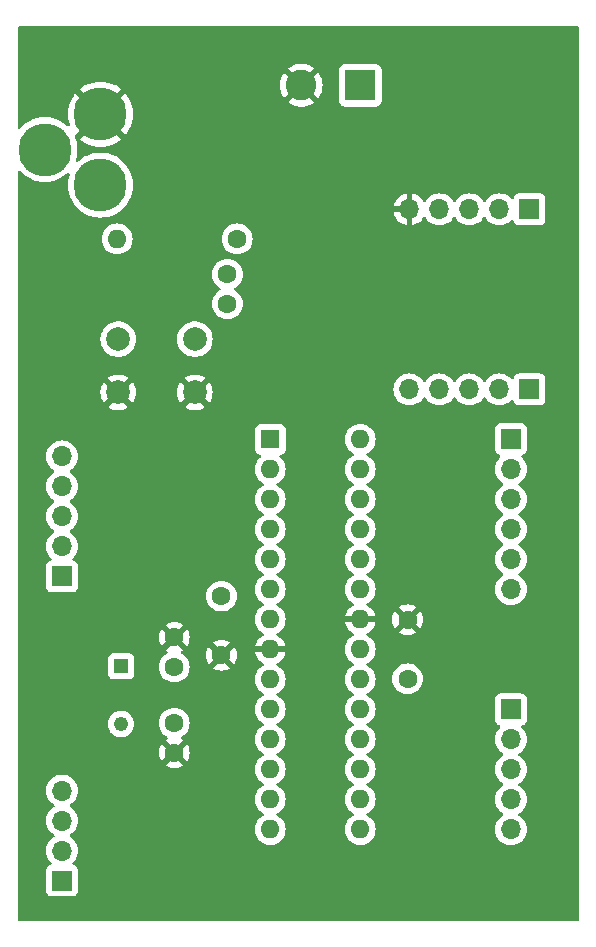
<source format=gbl>
G04 #@! TF.GenerationSoftware,KiCad,Pcbnew,8.0.4*
G04 #@! TF.CreationDate,2024-11-21T22:47:59-05:00*
G04 #@! TF.ProjectId,MCU_ATMEGA328p_minimum,4d43555f-4154-44d4-9547-41333238705f,rev?*
G04 #@! TF.SameCoordinates,Original*
G04 #@! TF.FileFunction,Copper,L2,Bot*
G04 #@! TF.FilePolarity,Positive*
%FSLAX46Y46*%
G04 Gerber Fmt 4.6, Leading zero omitted, Abs format (unit mm)*
G04 Created by KiCad (PCBNEW 8.0.4) date 2024-11-21 22:47:59*
%MOMM*%
%LPD*%
G01*
G04 APERTURE LIST*
G04 #@! TA.AperFunction,ComponentPad*
%ADD10R,1.700000X1.700000*%
G04 #@! TD*
G04 #@! TA.AperFunction,ComponentPad*
%ADD11O,1.700000X1.700000*%
G04 #@! TD*
G04 #@! TA.AperFunction,ComponentPad*
%ADD12C,4.500000*%
G04 #@! TD*
G04 #@! TA.AperFunction,ComponentPad*
%ADD13C,1.600000*%
G04 #@! TD*
G04 #@! TA.AperFunction,ComponentPad*
%ADD14R,2.600000X2.600000*%
G04 #@! TD*
G04 #@! TA.AperFunction,ComponentPad*
%ADD15C,2.600000*%
G04 #@! TD*
G04 #@! TA.AperFunction,ComponentPad*
%ADD16R,1.600000X1.600000*%
G04 #@! TD*
G04 #@! TA.AperFunction,ComponentPad*
%ADD17O,1.600000X1.600000*%
G04 #@! TD*
G04 #@! TA.AperFunction,ComponentPad*
%ADD18C,2.000000*%
G04 #@! TD*
G04 #@! TA.AperFunction,ComponentPad*
%ADD19R,1.219200X1.219200*%
G04 #@! TD*
G04 #@! TA.AperFunction,ComponentPad*
%ADD20C,1.219200*%
G04 #@! TD*
G04 #@! TA.AperFunction,ViaPad*
%ADD21C,0.600000*%
G04 #@! TD*
G04 APERTURE END LIST*
D10*
X120825000Y-53000000D03*
D11*
X118285000Y-53000000D03*
X115745000Y-53000000D03*
X113205000Y-53000000D03*
X110665000Y-53000000D03*
D12*
X84500000Y-50950000D03*
X84500000Y-44950000D03*
X79800000Y-47950000D03*
D10*
X120825000Y-68250000D03*
D11*
X118285000Y-68250000D03*
X115745000Y-68250000D03*
X113205000Y-68250000D03*
X110665000Y-68250000D03*
D13*
X90750000Y-96500000D03*
X90750000Y-99000000D03*
D10*
X119250000Y-72460000D03*
D11*
X119250000Y-75000000D03*
X119250000Y-77540000D03*
X119250000Y-80080000D03*
X119250000Y-82620000D03*
X119250000Y-85160000D03*
D14*
X106500000Y-42500000D03*
D15*
X101500000Y-42500000D03*
D16*
X98880000Y-72480000D03*
D17*
X98880000Y-75020000D03*
X98880000Y-77560000D03*
X98880000Y-80100000D03*
X98880000Y-82640000D03*
X98880000Y-85180000D03*
X98880000Y-87720000D03*
X98880000Y-90260000D03*
X98880000Y-92800000D03*
X98880000Y-95340000D03*
X98880000Y-97880000D03*
X98880000Y-100420000D03*
X98880000Y-102960000D03*
X98880000Y-105500000D03*
X106500000Y-105500000D03*
X106500000Y-102960000D03*
X106500000Y-100420000D03*
X106500000Y-97880000D03*
X106500000Y-95340000D03*
X106500000Y-92800000D03*
X106500000Y-90260000D03*
X106500000Y-87720000D03*
X106500000Y-85180000D03*
X106500000Y-82640000D03*
X106500000Y-80100000D03*
X106500000Y-77560000D03*
X106500000Y-75020000D03*
X106500000Y-72480000D03*
D10*
X81250000Y-109830000D03*
D11*
X81250000Y-107290000D03*
X81250000Y-104750000D03*
X81250000Y-102210000D03*
D13*
X94750000Y-85750000D03*
X94750000Y-90750000D03*
X90750000Y-91750000D03*
X90750000Y-89250000D03*
D18*
X86000000Y-64000000D03*
X92500000Y-64000000D03*
X86000000Y-68500000D03*
X92500000Y-68500000D03*
D13*
X110500000Y-92750000D03*
X110500000Y-87750000D03*
X96080000Y-55500000D03*
D17*
X85920000Y-55500000D03*
D10*
X119250000Y-95340000D03*
D11*
X119250000Y-97880000D03*
X119250000Y-100420000D03*
X119250000Y-102960000D03*
X119250000Y-105500000D03*
D19*
X86250000Y-91696600D03*
D20*
X86250000Y-96573400D03*
D10*
X81250000Y-84080000D03*
D11*
X81250000Y-81540000D03*
X81250000Y-79000000D03*
X81250000Y-76460000D03*
X81250000Y-73920000D03*
D13*
X95250000Y-61000000D03*
X95250000Y-58500000D03*
D21*
X97000000Y-51000000D03*
X94500000Y-41000000D03*
X96500000Y-44000000D03*
X91750000Y-50000000D03*
X92500000Y-42750000D03*
X96500000Y-42750000D03*
X98750000Y-50000000D03*
G04 #@! TA.AperFunction,Conductor*
G36*
X124942539Y-37520185D02*
G01*
X124988294Y-37572989D01*
X124999500Y-37624500D01*
X124999500Y-113125500D01*
X124979815Y-113192539D01*
X124927011Y-113238294D01*
X124875500Y-113249500D01*
X77624500Y-113249500D01*
X77557461Y-113229815D01*
X77511706Y-113177011D01*
X77500500Y-113125500D01*
X77500500Y-102209999D01*
X79894341Y-102209999D01*
X79894341Y-102210000D01*
X79914936Y-102445403D01*
X79914938Y-102445413D01*
X79976094Y-102673655D01*
X79976096Y-102673659D01*
X79976097Y-102673663D01*
X80075965Y-102887830D01*
X80075967Y-102887834D01*
X80211501Y-103081395D01*
X80211506Y-103081402D01*
X80378597Y-103248493D01*
X80378603Y-103248498D01*
X80564158Y-103378425D01*
X80607783Y-103433002D01*
X80614977Y-103502500D01*
X80583454Y-103564855D01*
X80564158Y-103581575D01*
X80378597Y-103711505D01*
X80211505Y-103878597D01*
X80075965Y-104072169D01*
X80075964Y-104072171D01*
X79976098Y-104286335D01*
X79976094Y-104286344D01*
X79914938Y-104514586D01*
X79914936Y-104514596D01*
X79894341Y-104749999D01*
X79894341Y-104750000D01*
X79914936Y-104985403D01*
X79914938Y-104985413D01*
X79976094Y-105213655D01*
X79976096Y-105213659D01*
X79976097Y-105213663D01*
X80075965Y-105427830D01*
X80075967Y-105427834D01*
X80211501Y-105621395D01*
X80211506Y-105621402D01*
X80378597Y-105788493D01*
X80378603Y-105788498D01*
X80564158Y-105918425D01*
X80607783Y-105973002D01*
X80614977Y-106042500D01*
X80583454Y-106104855D01*
X80564158Y-106121575D01*
X80378597Y-106251505D01*
X80211505Y-106418597D01*
X80075965Y-106612169D01*
X80075964Y-106612171D01*
X79976098Y-106826335D01*
X79976094Y-106826344D01*
X79914938Y-107054586D01*
X79914936Y-107054596D01*
X79894341Y-107289999D01*
X79894341Y-107290000D01*
X79914936Y-107525403D01*
X79914938Y-107525413D01*
X79976094Y-107753655D01*
X79976096Y-107753659D01*
X79976097Y-107753663D01*
X80075965Y-107967830D01*
X80075967Y-107967834D01*
X80184281Y-108122521D01*
X80211501Y-108161396D01*
X80211506Y-108161402D01*
X80333430Y-108283326D01*
X80366915Y-108344649D01*
X80361931Y-108414341D01*
X80320059Y-108470274D01*
X80289083Y-108487189D01*
X80157669Y-108536203D01*
X80157664Y-108536206D01*
X80042455Y-108622452D01*
X80042452Y-108622455D01*
X79956206Y-108737664D01*
X79956202Y-108737671D01*
X79905908Y-108872517D01*
X79899501Y-108932116D01*
X79899501Y-108932123D01*
X79899500Y-108932135D01*
X79899500Y-110727870D01*
X79899501Y-110727876D01*
X79905908Y-110787483D01*
X79956202Y-110922328D01*
X79956206Y-110922335D01*
X80042452Y-111037544D01*
X80042455Y-111037547D01*
X80157664Y-111123793D01*
X80157671Y-111123797D01*
X80292517Y-111174091D01*
X80292516Y-111174091D01*
X80299444Y-111174835D01*
X80352127Y-111180500D01*
X82147872Y-111180499D01*
X82207483Y-111174091D01*
X82342331Y-111123796D01*
X82457546Y-111037546D01*
X82543796Y-110922331D01*
X82594091Y-110787483D01*
X82600500Y-110727873D01*
X82600499Y-108932128D01*
X82594091Y-108872517D01*
X82543796Y-108737669D01*
X82543795Y-108737668D01*
X82543793Y-108737664D01*
X82457547Y-108622455D01*
X82457544Y-108622452D01*
X82342335Y-108536206D01*
X82342328Y-108536202D01*
X82210917Y-108487189D01*
X82154983Y-108445318D01*
X82130566Y-108379853D01*
X82145418Y-108311580D01*
X82166563Y-108283332D01*
X82288495Y-108161401D01*
X82424035Y-107967830D01*
X82523903Y-107753663D01*
X82585063Y-107525408D01*
X82605659Y-107290000D01*
X82585063Y-107054592D01*
X82523903Y-106826337D01*
X82424035Y-106612171D01*
X82372446Y-106538493D01*
X82288494Y-106418597D01*
X82121402Y-106251506D01*
X82121396Y-106251501D01*
X81935842Y-106121575D01*
X81892217Y-106066998D01*
X81885023Y-105997500D01*
X81916546Y-105935145D01*
X81935842Y-105918425D01*
X81958026Y-105902891D01*
X82121401Y-105788495D01*
X82288495Y-105621401D01*
X82424035Y-105427830D01*
X82523903Y-105213663D01*
X82585063Y-104985408D01*
X82605659Y-104750000D01*
X82585063Y-104514592D01*
X82526992Y-104297865D01*
X82523905Y-104286344D01*
X82523904Y-104286343D01*
X82523903Y-104286337D01*
X82424035Y-104072171D01*
X82372446Y-103998493D01*
X82288494Y-103878597D01*
X82121402Y-103711506D01*
X82121396Y-103711501D01*
X81935842Y-103581575D01*
X81892217Y-103526998D01*
X81885023Y-103457500D01*
X81916546Y-103395145D01*
X81935842Y-103378425D01*
X81958026Y-103362891D01*
X82121401Y-103248495D01*
X82288495Y-103081401D01*
X82424035Y-102887830D01*
X82523903Y-102673663D01*
X82585063Y-102445408D01*
X82605659Y-102210000D01*
X82585063Y-101974592D01*
X82526992Y-101757865D01*
X82523905Y-101746344D01*
X82523904Y-101746343D01*
X82523903Y-101746337D01*
X82424035Y-101532171D01*
X82372446Y-101458493D01*
X82288494Y-101338597D01*
X82121402Y-101171506D01*
X82121395Y-101171501D01*
X81927834Y-101035967D01*
X81927830Y-101035965D01*
X81927828Y-101035964D01*
X81713663Y-100936097D01*
X81713659Y-100936096D01*
X81713655Y-100936094D01*
X81485413Y-100874938D01*
X81485403Y-100874936D01*
X81250001Y-100854341D01*
X81249999Y-100854341D01*
X81014596Y-100874936D01*
X81014586Y-100874938D01*
X80786344Y-100936094D01*
X80786335Y-100936098D01*
X80572171Y-101035964D01*
X80572169Y-101035965D01*
X80378597Y-101171505D01*
X80211505Y-101338597D01*
X80075965Y-101532169D01*
X80075964Y-101532171D01*
X79976098Y-101746335D01*
X79976094Y-101746344D01*
X79914938Y-101974586D01*
X79914936Y-101974596D01*
X79894341Y-102209999D01*
X77500500Y-102209999D01*
X77500500Y-96573400D01*
X85135144Y-96573400D01*
X85154126Y-96778249D01*
X85154126Y-96778251D01*
X85154127Y-96778254D01*
X85176936Y-96858418D01*
X85210427Y-96976130D01*
X85210431Y-96976140D01*
X85298364Y-97152732D01*
X85302130Y-97160296D01*
X85352703Y-97227266D01*
X85426112Y-97324476D01*
X85578146Y-97463072D01*
X85578151Y-97463076D01*
X85753062Y-97571376D01*
X85753063Y-97571376D01*
X85753066Y-97571378D01*
X85944905Y-97645697D01*
X86147134Y-97683500D01*
X86147136Y-97683500D01*
X86352864Y-97683500D01*
X86352866Y-97683500D01*
X86555095Y-97645697D01*
X86746934Y-97571378D01*
X86921851Y-97463074D01*
X87073889Y-97324474D01*
X87197870Y-97160296D01*
X87289572Y-96976132D01*
X87345873Y-96778254D01*
X87364856Y-96573400D01*
X87358054Y-96499998D01*
X89444532Y-96499998D01*
X89444532Y-96500001D01*
X89464364Y-96726686D01*
X89464366Y-96726697D01*
X89523258Y-96946488D01*
X89523261Y-96946497D01*
X89619431Y-97152732D01*
X89619432Y-97152734D01*
X89749954Y-97339141D01*
X89910858Y-97500045D01*
X89910861Y-97500047D01*
X90097266Y-97630568D01*
X90112975Y-97637893D01*
X90165414Y-97684064D01*
X90184567Y-97751257D01*
X90164352Y-97818138D01*
X90112979Y-97862656D01*
X90097514Y-97869867D01*
X90097512Y-97869868D01*
X90024526Y-97920973D01*
X90024526Y-97920974D01*
X90703553Y-98600000D01*
X90697339Y-98600000D01*
X90595606Y-98627259D01*
X90504394Y-98679920D01*
X90429920Y-98754394D01*
X90377259Y-98845606D01*
X90350000Y-98947339D01*
X90350000Y-98953552D01*
X89670974Y-98274526D01*
X89670973Y-98274526D01*
X89619868Y-98347512D01*
X89619866Y-98347516D01*
X89523734Y-98553673D01*
X89523730Y-98553682D01*
X89464860Y-98773389D01*
X89464858Y-98773400D01*
X89445034Y-98999997D01*
X89445034Y-99000002D01*
X89464858Y-99226599D01*
X89464860Y-99226610D01*
X89523730Y-99446317D01*
X89523735Y-99446331D01*
X89619863Y-99652478D01*
X89670974Y-99725472D01*
X90350000Y-99046446D01*
X90350000Y-99052661D01*
X90377259Y-99154394D01*
X90429920Y-99245606D01*
X90504394Y-99320080D01*
X90595606Y-99372741D01*
X90697339Y-99400000D01*
X90703553Y-99400000D01*
X90024526Y-100079025D01*
X90097513Y-100130132D01*
X90097521Y-100130136D01*
X90303668Y-100226264D01*
X90303682Y-100226269D01*
X90523389Y-100285139D01*
X90523400Y-100285141D01*
X90749998Y-100304966D01*
X90750002Y-100304966D01*
X90976599Y-100285141D01*
X90976610Y-100285139D01*
X91196317Y-100226269D01*
X91196331Y-100226264D01*
X91402478Y-100130136D01*
X91475471Y-100079024D01*
X90796447Y-99400000D01*
X90802661Y-99400000D01*
X90904394Y-99372741D01*
X90995606Y-99320080D01*
X91070080Y-99245606D01*
X91122741Y-99154394D01*
X91150000Y-99052661D01*
X91150000Y-99046447D01*
X91829024Y-99725471D01*
X91880136Y-99652478D01*
X91976264Y-99446331D01*
X91976269Y-99446317D01*
X92035139Y-99226610D01*
X92035141Y-99226599D01*
X92054966Y-99000002D01*
X92054966Y-98999997D01*
X92035141Y-98773400D01*
X92035139Y-98773389D01*
X91976269Y-98553682D01*
X91976264Y-98553668D01*
X91880136Y-98347521D01*
X91880132Y-98347513D01*
X91829025Y-98274526D01*
X91150000Y-98953551D01*
X91150000Y-98947339D01*
X91122741Y-98845606D01*
X91070080Y-98754394D01*
X90995606Y-98679920D01*
X90904394Y-98627259D01*
X90802661Y-98600000D01*
X90796448Y-98600000D01*
X91475472Y-97920974D01*
X91402480Y-97869864D01*
X91387024Y-97862657D01*
X91334585Y-97816484D01*
X91315433Y-97749290D01*
X91335649Y-97682409D01*
X91387023Y-97637893D01*
X91402734Y-97630568D01*
X91589139Y-97500047D01*
X91750047Y-97339139D01*
X91880568Y-97152734D01*
X91976739Y-96946496D01*
X92035635Y-96726692D01*
X92055468Y-96500000D01*
X92035635Y-96273308D01*
X91976739Y-96053504D01*
X91880568Y-95847266D01*
X91750047Y-95660861D01*
X91750045Y-95660858D01*
X91589141Y-95499954D01*
X91402734Y-95369432D01*
X91402732Y-95369431D01*
X91196497Y-95273261D01*
X91196488Y-95273258D01*
X90976697Y-95214366D01*
X90976693Y-95214365D01*
X90976692Y-95214365D01*
X90976691Y-95214364D01*
X90976686Y-95214364D01*
X90750002Y-95194532D01*
X90749998Y-95194532D01*
X90523313Y-95214364D01*
X90523302Y-95214366D01*
X90303511Y-95273258D01*
X90303502Y-95273261D01*
X90097267Y-95369431D01*
X90097265Y-95369432D01*
X89910858Y-95499954D01*
X89749954Y-95660858D01*
X89619432Y-95847265D01*
X89619431Y-95847267D01*
X89523261Y-96053502D01*
X89523258Y-96053511D01*
X89464366Y-96273302D01*
X89464364Y-96273313D01*
X89444532Y-96499998D01*
X87358054Y-96499998D01*
X87345873Y-96368546D01*
X87289572Y-96170668D01*
X87197870Y-95986504D01*
X87106136Y-95865029D01*
X87073887Y-95822323D01*
X86921853Y-95683727D01*
X86921848Y-95683723D01*
X86746937Y-95575423D01*
X86746931Y-95575421D01*
X86724399Y-95566692D01*
X86555095Y-95501103D01*
X86352866Y-95463300D01*
X86147134Y-95463300D01*
X85944905Y-95501103D01*
X85823588Y-95548101D01*
X85753068Y-95575421D01*
X85753062Y-95575423D01*
X85578151Y-95683723D01*
X85578146Y-95683727D01*
X85426112Y-95822323D01*
X85302129Y-95986505D01*
X85210431Y-96170659D01*
X85210427Y-96170669D01*
X85154126Y-96368550D01*
X85135144Y-96573400D01*
X77500500Y-96573400D01*
X77500500Y-91039135D01*
X85139900Y-91039135D01*
X85139900Y-92354070D01*
X85139901Y-92354076D01*
X85146308Y-92413683D01*
X85196602Y-92548528D01*
X85196606Y-92548535D01*
X85282852Y-92663744D01*
X85282855Y-92663747D01*
X85398064Y-92749993D01*
X85398071Y-92749997D01*
X85532917Y-92800291D01*
X85532916Y-92800291D01*
X85539844Y-92801035D01*
X85592527Y-92806700D01*
X86907472Y-92806699D01*
X86967083Y-92800291D01*
X87101931Y-92749996D01*
X87217146Y-92663746D01*
X87303396Y-92548531D01*
X87353691Y-92413683D01*
X87360100Y-92354073D01*
X87360100Y-91749998D01*
X89444532Y-91749998D01*
X89444532Y-91750001D01*
X89464364Y-91976686D01*
X89464366Y-91976697D01*
X89523258Y-92196488D01*
X89523261Y-92196497D01*
X89619431Y-92402732D01*
X89619432Y-92402734D01*
X89749954Y-92589141D01*
X89910858Y-92750045D01*
X89910861Y-92750047D01*
X90097266Y-92880568D01*
X90303504Y-92976739D01*
X90523308Y-93035635D01*
X90685230Y-93049801D01*
X90749998Y-93055468D01*
X90750000Y-93055468D01*
X90750002Y-93055468D01*
X90806673Y-93050509D01*
X90976692Y-93035635D01*
X91196496Y-92976739D01*
X91402734Y-92880568D01*
X91589139Y-92750047D01*
X91750047Y-92589139D01*
X91880568Y-92402734D01*
X91976739Y-92196496D01*
X92035635Y-91976692D01*
X92055468Y-91750000D01*
X92035635Y-91523308D01*
X91976739Y-91303504D01*
X91880568Y-91097266D01*
X91782839Y-90957693D01*
X91750045Y-90910858D01*
X91589184Y-90749997D01*
X93445034Y-90749997D01*
X93445034Y-90750002D01*
X93464858Y-90976599D01*
X93464860Y-90976610D01*
X93523730Y-91196317D01*
X93523735Y-91196331D01*
X93619863Y-91402478D01*
X93670974Y-91475472D01*
X94350000Y-90796446D01*
X94350000Y-90802661D01*
X94377259Y-90904394D01*
X94429920Y-90995606D01*
X94504394Y-91070080D01*
X94595606Y-91122741D01*
X94697339Y-91150000D01*
X94703553Y-91150000D01*
X94024526Y-91829025D01*
X94097513Y-91880132D01*
X94097521Y-91880136D01*
X94303668Y-91976264D01*
X94303682Y-91976269D01*
X94523389Y-92035139D01*
X94523400Y-92035141D01*
X94749998Y-92054966D01*
X94750002Y-92054966D01*
X94976599Y-92035141D01*
X94976610Y-92035139D01*
X95196317Y-91976269D01*
X95196331Y-91976264D01*
X95402478Y-91880136D01*
X95475471Y-91829024D01*
X94796447Y-91150000D01*
X94802661Y-91150000D01*
X94904394Y-91122741D01*
X94995606Y-91070080D01*
X95070080Y-90995606D01*
X95122741Y-90904394D01*
X95150000Y-90802661D01*
X95150000Y-90796447D01*
X95829024Y-91475471D01*
X95880136Y-91402478D01*
X95976264Y-91196331D01*
X95976269Y-91196317D01*
X96035139Y-90976610D01*
X96035141Y-90976599D01*
X96054966Y-90750002D01*
X96054966Y-90749997D01*
X96035141Y-90523400D01*
X96035139Y-90523389D01*
X95976269Y-90303682D01*
X95976264Y-90303668D01*
X95880136Y-90097521D01*
X95880132Y-90097513D01*
X95829025Y-90024526D01*
X95150000Y-90703551D01*
X95150000Y-90697339D01*
X95122741Y-90595606D01*
X95070080Y-90504394D01*
X94995606Y-90429920D01*
X94904394Y-90377259D01*
X94802661Y-90350000D01*
X94796448Y-90350000D01*
X95475472Y-89670974D01*
X95402478Y-89619863D01*
X95196331Y-89523735D01*
X95196317Y-89523730D01*
X94976610Y-89464860D01*
X94976599Y-89464858D01*
X94750002Y-89445034D01*
X94749998Y-89445034D01*
X94523400Y-89464858D01*
X94523389Y-89464860D01*
X94303682Y-89523730D01*
X94303673Y-89523734D01*
X94097516Y-89619866D01*
X94097512Y-89619868D01*
X94024526Y-89670973D01*
X94024526Y-89670974D01*
X94703553Y-90350000D01*
X94697339Y-90350000D01*
X94595606Y-90377259D01*
X94504394Y-90429920D01*
X94429920Y-90504394D01*
X94377259Y-90595606D01*
X94350000Y-90697339D01*
X94350000Y-90703552D01*
X93670974Y-90024526D01*
X93670973Y-90024526D01*
X93619868Y-90097512D01*
X93619866Y-90097516D01*
X93523734Y-90303673D01*
X93523730Y-90303682D01*
X93464860Y-90523389D01*
X93464858Y-90523400D01*
X93445034Y-90749997D01*
X91589184Y-90749997D01*
X91589141Y-90749954D01*
X91402734Y-90619432D01*
X91402730Y-90619430D01*
X91387022Y-90612105D01*
X91334583Y-90565931D01*
X91315433Y-90498737D01*
X91335650Y-90431857D01*
X91387028Y-90387340D01*
X91402481Y-90380134D01*
X91475471Y-90329024D01*
X90796447Y-89650000D01*
X90802661Y-89650000D01*
X90904394Y-89622741D01*
X90995606Y-89570080D01*
X91070080Y-89495606D01*
X91122741Y-89404394D01*
X91150000Y-89302661D01*
X91150000Y-89296447D01*
X91829024Y-89975471D01*
X91880136Y-89902478D01*
X91976264Y-89696331D01*
X91976269Y-89696317D01*
X92035139Y-89476610D01*
X92035141Y-89476599D01*
X92054966Y-89250002D01*
X92054966Y-89249997D01*
X92035141Y-89023400D01*
X92035139Y-89023389D01*
X91976269Y-88803682D01*
X91976264Y-88803668D01*
X91880136Y-88597521D01*
X91880132Y-88597513D01*
X91829025Y-88524526D01*
X91150000Y-89203551D01*
X91150000Y-89197339D01*
X91122741Y-89095606D01*
X91070080Y-89004394D01*
X90995606Y-88929920D01*
X90904394Y-88877259D01*
X90802661Y-88850000D01*
X90796448Y-88850000D01*
X91475472Y-88170974D01*
X91402478Y-88119863D01*
X91196331Y-88023735D01*
X91196317Y-88023730D01*
X90976610Y-87964860D01*
X90976599Y-87964858D01*
X90750002Y-87945034D01*
X90749998Y-87945034D01*
X90523400Y-87964858D01*
X90523389Y-87964860D01*
X90303682Y-88023730D01*
X90303673Y-88023734D01*
X90097516Y-88119866D01*
X90097512Y-88119868D01*
X90024526Y-88170973D01*
X90024526Y-88170974D01*
X90703553Y-88850000D01*
X90697339Y-88850000D01*
X90595606Y-88877259D01*
X90504394Y-88929920D01*
X90429920Y-89004394D01*
X90377259Y-89095606D01*
X90350000Y-89197339D01*
X90350000Y-89203552D01*
X89670974Y-88524526D01*
X89670973Y-88524526D01*
X89619868Y-88597512D01*
X89619866Y-88597516D01*
X89523734Y-88803673D01*
X89523730Y-88803682D01*
X89464860Y-89023389D01*
X89464858Y-89023400D01*
X89445034Y-89249997D01*
X89445034Y-89250002D01*
X89464858Y-89476599D01*
X89464860Y-89476610D01*
X89523730Y-89696317D01*
X89523735Y-89696331D01*
X89619863Y-89902478D01*
X89670974Y-89975472D01*
X90350000Y-89296446D01*
X90350000Y-89302661D01*
X90377259Y-89404394D01*
X90429920Y-89495606D01*
X90504394Y-89570080D01*
X90595606Y-89622741D01*
X90697339Y-89650000D01*
X90703553Y-89650000D01*
X90024526Y-90329025D01*
X90097513Y-90380132D01*
X90097515Y-90380133D01*
X90112973Y-90387341D01*
X90165413Y-90433513D01*
X90184566Y-90500706D01*
X90164351Y-90567587D01*
X90112979Y-90612104D01*
X90097270Y-90619429D01*
X90097265Y-90619432D01*
X89910858Y-90749954D01*
X89749954Y-90910858D01*
X89619432Y-91097265D01*
X89619431Y-91097267D01*
X89523261Y-91303502D01*
X89523258Y-91303511D01*
X89464366Y-91523302D01*
X89464364Y-91523313D01*
X89444532Y-91749998D01*
X87360100Y-91749998D01*
X87360099Y-91039128D01*
X87353691Y-90979517D01*
X87303396Y-90844669D01*
X87303395Y-90844668D01*
X87303393Y-90844664D01*
X87217147Y-90729455D01*
X87217144Y-90729452D01*
X87101935Y-90643206D01*
X87101928Y-90643202D01*
X86967082Y-90592908D01*
X86967083Y-90592908D01*
X86907483Y-90586501D01*
X86907481Y-90586500D01*
X86907473Y-90586500D01*
X86907464Y-90586500D01*
X85592529Y-90586500D01*
X85592523Y-90586501D01*
X85532916Y-90592908D01*
X85398071Y-90643202D01*
X85398064Y-90643206D01*
X85282855Y-90729452D01*
X85282852Y-90729455D01*
X85196606Y-90844664D01*
X85196602Y-90844671D01*
X85146308Y-90979517D01*
X85139901Y-91039116D01*
X85139901Y-91039123D01*
X85139900Y-91039135D01*
X77500500Y-91039135D01*
X77500500Y-85749998D01*
X93444532Y-85749998D01*
X93444532Y-85750001D01*
X93464364Y-85976686D01*
X93464366Y-85976697D01*
X93523258Y-86196488D01*
X93523261Y-86196497D01*
X93619431Y-86402732D01*
X93619432Y-86402734D01*
X93749954Y-86589141D01*
X93910858Y-86750045D01*
X93910861Y-86750047D01*
X94097266Y-86880568D01*
X94303504Y-86976739D01*
X94523308Y-87035635D01*
X94685230Y-87049801D01*
X94749998Y-87055468D01*
X94750000Y-87055468D01*
X94750002Y-87055468D01*
X94806673Y-87050509D01*
X94976692Y-87035635D01*
X95196496Y-86976739D01*
X95402734Y-86880568D01*
X95589139Y-86750047D01*
X95750047Y-86589139D01*
X95880568Y-86402734D01*
X95976739Y-86196496D01*
X96035635Y-85976692D01*
X96055468Y-85750000D01*
X96035635Y-85523308D01*
X95976739Y-85303504D01*
X95880568Y-85097266D01*
X95759664Y-84924596D01*
X95750045Y-84910858D01*
X95589141Y-84749954D01*
X95402734Y-84619432D01*
X95402732Y-84619431D01*
X95196497Y-84523261D01*
X95196488Y-84523258D01*
X94976697Y-84464366D01*
X94976693Y-84464365D01*
X94976692Y-84464365D01*
X94976691Y-84464364D01*
X94976686Y-84464364D01*
X94750002Y-84444532D01*
X94749998Y-84444532D01*
X94523313Y-84464364D01*
X94523302Y-84464366D01*
X94303511Y-84523258D01*
X94303502Y-84523261D01*
X94097267Y-84619431D01*
X94097265Y-84619432D01*
X93910858Y-84749954D01*
X93749954Y-84910858D01*
X93619432Y-85097265D01*
X93619431Y-85097267D01*
X93523261Y-85303502D01*
X93523258Y-85303511D01*
X93464366Y-85523302D01*
X93464364Y-85523313D01*
X93444532Y-85749998D01*
X77500500Y-85749998D01*
X77500500Y-73919999D01*
X79894341Y-73919999D01*
X79894341Y-73920000D01*
X79914936Y-74155403D01*
X79914938Y-74155413D01*
X79976094Y-74383655D01*
X79976096Y-74383659D01*
X79976097Y-74383663D01*
X80047289Y-74536335D01*
X80075965Y-74597830D01*
X80075967Y-74597834D01*
X80211501Y-74791395D01*
X80211506Y-74791402D01*
X80378597Y-74958493D01*
X80378603Y-74958498D01*
X80564158Y-75088425D01*
X80607783Y-75143002D01*
X80614977Y-75212500D01*
X80583454Y-75274855D01*
X80564158Y-75291575D01*
X80378597Y-75421505D01*
X80211505Y-75588597D01*
X80075965Y-75782169D01*
X80075964Y-75782171D01*
X79976098Y-75996335D01*
X79976094Y-75996344D01*
X79914938Y-76224586D01*
X79914936Y-76224596D01*
X79894341Y-76459999D01*
X79894341Y-76460000D01*
X79914936Y-76695403D01*
X79914938Y-76695413D01*
X79976094Y-76923655D01*
X79976096Y-76923659D01*
X79976097Y-76923663D01*
X80047289Y-77076335D01*
X80075965Y-77137830D01*
X80075967Y-77137834D01*
X80211501Y-77331395D01*
X80211506Y-77331402D01*
X80378597Y-77498493D01*
X80378603Y-77498498D01*
X80564158Y-77628425D01*
X80607783Y-77683002D01*
X80614977Y-77752500D01*
X80583454Y-77814855D01*
X80564158Y-77831575D01*
X80378597Y-77961505D01*
X80211505Y-78128597D01*
X80075965Y-78322169D01*
X80075964Y-78322171D01*
X79976098Y-78536335D01*
X79976094Y-78536344D01*
X79914938Y-78764586D01*
X79914936Y-78764596D01*
X79894341Y-78999999D01*
X79894341Y-79000000D01*
X79914936Y-79235403D01*
X79914938Y-79235413D01*
X79976094Y-79463655D01*
X79976096Y-79463659D01*
X79976097Y-79463663D01*
X80047289Y-79616335D01*
X80075965Y-79677830D01*
X80075967Y-79677834D01*
X80211501Y-79871395D01*
X80211506Y-79871402D01*
X80378597Y-80038493D01*
X80378603Y-80038498D01*
X80564158Y-80168425D01*
X80607783Y-80223002D01*
X80614977Y-80292500D01*
X80583454Y-80354855D01*
X80564158Y-80371575D01*
X80378597Y-80501505D01*
X80211505Y-80668597D01*
X80075965Y-80862169D01*
X80075964Y-80862171D01*
X79976098Y-81076335D01*
X79976094Y-81076344D01*
X79914938Y-81304586D01*
X79914936Y-81304596D01*
X79894341Y-81539999D01*
X79894341Y-81540000D01*
X79914936Y-81775403D01*
X79914938Y-81775413D01*
X79976094Y-82003655D01*
X79976096Y-82003659D01*
X79976097Y-82003663D01*
X80047289Y-82156335D01*
X80075965Y-82217830D01*
X80075967Y-82217834D01*
X80184281Y-82372521D01*
X80211501Y-82411396D01*
X80211506Y-82411402D01*
X80333430Y-82533326D01*
X80366915Y-82594649D01*
X80361931Y-82664341D01*
X80320059Y-82720274D01*
X80289083Y-82737189D01*
X80157669Y-82786203D01*
X80157664Y-82786206D01*
X80042455Y-82872452D01*
X80042452Y-82872455D01*
X79956206Y-82987664D01*
X79956202Y-82987671D01*
X79905908Y-83122517D01*
X79899501Y-83182116D01*
X79899501Y-83182123D01*
X79899500Y-83182135D01*
X79899500Y-84977870D01*
X79899501Y-84977876D01*
X79905908Y-85037483D01*
X79956202Y-85172328D01*
X79956206Y-85172335D01*
X80042452Y-85287544D01*
X80042455Y-85287547D01*
X80157664Y-85373793D01*
X80157671Y-85373797D01*
X80292517Y-85424091D01*
X80292516Y-85424091D01*
X80299444Y-85424835D01*
X80352127Y-85430500D01*
X82147872Y-85430499D01*
X82207483Y-85424091D01*
X82342331Y-85373796D01*
X82457546Y-85287546D01*
X82543796Y-85172331D01*
X82594091Y-85037483D01*
X82600500Y-84977873D01*
X82600499Y-83182128D01*
X82594091Y-83122517D01*
X82580656Y-83086497D01*
X82543797Y-82987671D01*
X82543793Y-82987664D01*
X82457547Y-82872455D01*
X82457544Y-82872452D01*
X82342335Y-82786206D01*
X82342328Y-82786202D01*
X82210917Y-82737189D01*
X82154983Y-82695318D01*
X82130566Y-82629853D01*
X82145418Y-82561580D01*
X82166563Y-82533332D01*
X82288495Y-82411401D01*
X82424035Y-82217830D01*
X82523903Y-82003663D01*
X82585063Y-81775408D01*
X82605659Y-81540000D01*
X82602984Y-81509431D01*
X82596460Y-81434855D01*
X82585063Y-81304592D01*
X82530256Y-81100047D01*
X82523905Y-81076344D01*
X82523904Y-81076343D01*
X82523903Y-81076337D01*
X82424035Y-80862171D01*
X82347406Y-80752732D01*
X82288494Y-80668597D01*
X82121402Y-80501506D01*
X82121396Y-80501501D01*
X81935842Y-80371575D01*
X81892217Y-80316998D01*
X81885023Y-80247500D01*
X81916546Y-80185145D01*
X81935842Y-80168425D01*
X82033563Y-80100000D01*
X82121401Y-80038495D01*
X82288495Y-79871401D01*
X82424035Y-79677830D01*
X82523903Y-79463663D01*
X82585063Y-79235408D01*
X82605659Y-79000000D01*
X82602984Y-78969431D01*
X82596460Y-78894855D01*
X82585063Y-78764592D01*
X82530256Y-78560047D01*
X82523905Y-78536344D01*
X82523904Y-78536343D01*
X82523903Y-78536337D01*
X82424035Y-78322171D01*
X82347406Y-78212732D01*
X82288494Y-78128597D01*
X82121402Y-77961506D01*
X82121396Y-77961501D01*
X81935842Y-77831575D01*
X81892217Y-77776998D01*
X81885023Y-77707500D01*
X81916546Y-77645145D01*
X81935842Y-77628425D01*
X82033563Y-77560000D01*
X82121401Y-77498495D01*
X82288495Y-77331401D01*
X82424035Y-77137830D01*
X82523903Y-76923663D01*
X82585063Y-76695408D01*
X82605659Y-76460000D01*
X82602984Y-76429431D01*
X82596460Y-76354855D01*
X82585063Y-76224592D01*
X82530256Y-76020047D01*
X82523905Y-75996344D01*
X82523904Y-75996343D01*
X82523903Y-75996337D01*
X82424035Y-75782171D01*
X82347406Y-75672732D01*
X82288494Y-75588597D01*
X82121402Y-75421506D01*
X82121396Y-75421501D01*
X81935842Y-75291575D01*
X81892217Y-75236998D01*
X81885023Y-75167500D01*
X81916546Y-75105145D01*
X81935842Y-75088425D01*
X82033563Y-75020000D01*
X82033566Y-75019998D01*
X97574532Y-75019998D01*
X97574532Y-75020001D01*
X97594364Y-75246686D01*
X97594366Y-75246697D01*
X97653258Y-75466488D01*
X97653261Y-75466497D01*
X97749431Y-75672732D01*
X97749432Y-75672734D01*
X97879954Y-75859141D01*
X98040858Y-76020045D01*
X98040861Y-76020047D01*
X98227266Y-76150568D01*
X98277591Y-76174035D01*
X98285275Y-76177618D01*
X98337714Y-76223791D01*
X98356866Y-76290984D01*
X98336650Y-76357865D01*
X98285275Y-76402382D01*
X98227267Y-76429431D01*
X98227265Y-76429432D01*
X98040858Y-76559954D01*
X97879954Y-76720858D01*
X97749432Y-76907265D01*
X97749431Y-76907267D01*
X97653261Y-77113502D01*
X97653258Y-77113511D01*
X97594366Y-77333302D01*
X97594364Y-77333313D01*
X97574532Y-77559998D01*
X97574532Y-77560001D01*
X97594364Y-77786686D01*
X97594366Y-77786697D01*
X97653258Y-78006488D01*
X97653261Y-78006497D01*
X97749431Y-78212732D01*
X97749432Y-78212734D01*
X97879954Y-78399141D01*
X98040858Y-78560045D01*
X98040861Y-78560047D01*
X98227266Y-78690568D01*
X98277591Y-78714035D01*
X98285275Y-78717618D01*
X98337714Y-78763791D01*
X98356866Y-78830984D01*
X98336650Y-78897865D01*
X98285275Y-78942382D01*
X98227267Y-78969431D01*
X98227265Y-78969432D01*
X98040858Y-79099954D01*
X97879954Y-79260858D01*
X97749432Y-79447265D01*
X97749431Y-79447267D01*
X97653261Y-79653502D01*
X97653258Y-79653511D01*
X97594366Y-79873302D01*
X97594364Y-79873313D01*
X97574532Y-80099998D01*
X97574532Y-80100001D01*
X97594364Y-80326686D01*
X97594366Y-80326697D01*
X97653258Y-80546488D01*
X97653261Y-80546497D01*
X97749431Y-80752732D01*
X97749432Y-80752734D01*
X97879954Y-80939141D01*
X98040858Y-81100045D01*
X98040861Y-81100047D01*
X98227266Y-81230568D01*
X98277591Y-81254035D01*
X98285275Y-81257618D01*
X98337714Y-81303791D01*
X98356866Y-81370984D01*
X98336650Y-81437865D01*
X98285275Y-81482382D01*
X98227267Y-81509431D01*
X98227265Y-81509432D01*
X98040858Y-81639954D01*
X97879954Y-81800858D01*
X97749432Y-81987265D01*
X97749431Y-81987267D01*
X97653261Y-82193502D01*
X97653258Y-82193511D01*
X97594366Y-82413302D01*
X97594364Y-82413313D01*
X97574532Y-82639998D01*
X97574532Y-82640001D01*
X97594364Y-82866686D01*
X97594366Y-82866697D01*
X97653258Y-83086488D01*
X97653261Y-83086497D01*
X97749431Y-83292732D01*
X97749432Y-83292734D01*
X97879954Y-83479141D01*
X98040858Y-83640045D01*
X98040861Y-83640047D01*
X98227266Y-83770568D01*
X98277591Y-83794035D01*
X98285275Y-83797618D01*
X98337714Y-83843791D01*
X98356866Y-83910984D01*
X98336650Y-83977865D01*
X98285275Y-84022382D01*
X98227267Y-84049431D01*
X98227265Y-84049432D01*
X98040858Y-84179954D01*
X97879954Y-84340858D01*
X97749432Y-84527265D01*
X97749431Y-84527267D01*
X97653261Y-84733502D01*
X97653258Y-84733511D01*
X97594366Y-84953302D01*
X97594364Y-84953313D01*
X97574532Y-85179998D01*
X97574532Y-85180001D01*
X97594364Y-85406686D01*
X97594366Y-85406697D01*
X97653258Y-85626488D01*
X97653261Y-85626497D01*
X97749431Y-85832732D01*
X97749432Y-85832734D01*
X97879954Y-86019141D01*
X98040858Y-86180045D01*
X98040861Y-86180047D01*
X98227266Y-86310568D01*
X98277589Y-86334034D01*
X98285275Y-86337618D01*
X98337714Y-86383791D01*
X98356866Y-86450984D01*
X98336650Y-86517865D01*
X98285275Y-86562382D01*
X98227267Y-86589431D01*
X98227265Y-86589432D01*
X98040858Y-86719954D01*
X97879954Y-86880858D01*
X97749432Y-87067265D01*
X97749431Y-87067267D01*
X97653261Y-87273502D01*
X97653258Y-87273511D01*
X97594366Y-87493302D01*
X97594364Y-87493313D01*
X97574532Y-87719998D01*
X97574532Y-87720001D01*
X97594364Y-87946686D01*
X97594366Y-87946697D01*
X97653258Y-88166488D01*
X97653261Y-88166497D01*
X97749431Y-88372732D01*
X97749432Y-88372734D01*
X97879954Y-88559141D01*
X98040858Y-88720045D01*
X98040861Y-88720047D01*
X98227266Y-88850568D01*
X98285865Y-88877893D01*
X98338305Y-88924065D01*
X98357457Y-88991258D01*
X98337242Y-89058139D01*
X98285867Y-89102657D01*
X98227515Y-89129867D01*
X98041179Y-89260342D01*
X97880342Y-89421179D01*
X97749865Y-89607517D01*
X97653734Y-89813673D01*
X97653730Y-89813682D01*
X97601127Y-90009999D01*
X97601128Y-90010000D01*
X98564314Y-90010000D01*
X98559920Y-90014394D01*
X98507259Y-90105606D01*
X98480000Y-90207339D01*
X98480000Y-90312661D01*
X98507259Y-90414394D01*
X98559920Y-90505606D01*
X98564314Y-90510000D01*
X97601128Y-90510000D01*
X97653730Y-90706317D01*
X97653734Y-90706326D01*
X97749865Y-90912482D01*
X97880342Y-91098820D01*
X98041179Y-91259657D01*
X98227518Y-91390134D01*
X98227520Y-91390135D01*
X98285865Y-91417342D01*
X98338305Y-91463514D01*
X98357457Y-91530707D01*
X98337242Y-91597589D01*
X98285867Y-91642105D01*
X98227268Y-91669431D01*
X98227264Y-91669433D01*
X98040858Y-91799954D01*
X97879954Y-91960858D01*
X97749432Y-92147265D01*
X97749431Y-92147267D01*
X97653261Y-92353502D01*
X97653258Y-92353511D01*
X97594366Y-92573302D01*
X97594364Y-92573313D01*
X97574532Y-92799998D01*
X97574532Y-92800001D01*
X97594364Y-93026686D01*
X97594366Y-93026697D01*
X97653258Y-93246488D01*
X97653261Y-93246497D01*
X97749431Y-93452732D01*
X97749432Y-93452734D01*
X97879954Y-93639141D01*
X98040858Y-93800045D01*
X98040861Y-93800047D01*
X98227266Y-93930568D01*
X98285275Y-93957618D01*
X98337714Y-94003791D01*
X98356866Y-94070984D01*
X98336650Y-94137865D01*
X98285275Y-94182382D01*
X98227267Y-94209431D01*
X98227265Y-94209432D01*
X98040858Y-94339954D01*
X97879954Y-94500858D01*
X97749432Y-94687265D01*
X97749431Y-94687267D01*
X97653261Y-94893502D01*
X97653258Y-94893511D01*
X97594366Y-95113302D01*
X97594364Y-95113313D01*
X97574532Y-95339998D01*
X97574532Y-95340001D01*
X97594364Y-95566686D01*
X97594366Y-95566697D01*
X97653258Y-95786488D01*
X97653261Y-95786497D01*
X97749431Y-95992732D01*
X97749432Y-95992734D01*
X97879954Y-96179141D01*
X98040858Y-96340045D01*
X98040861Y-96340047D01*
X98227266Y-96470568D01*
X98285275Y-96497618D01*
X98337714Y-96543791D01*
X98356866Y-96610984D01*
X98336650Y-96677865D01*
X98285275Y-96722381D01*
X98276045Y-96726686D01*
X98227267Y-96749431D01*
X98227265Y-96749432D01*
X98040858Y-96879954D01*
X97879954Y-97040858D01*
X97749432Y-97227265D01*
X97749431Y-97227267D01*
X97653261Y-97433502D01*
X97653258Y-97433511D01*
X97594366Y-97653302D01*
X97594364Y-97653313D01*
X97574532Y-97879998D01*
X97574532Y-97880001D01*
X97594364Y-98106686D01*
X97594366Y-98106697D01*
X97653258Y-98326488D01*
X97653261Y-98326497D01*
X97749431Y-98532732D01*
X97749432Y-98532734D01*
X97879954Y-98719141D01*
X98040858Y-98880045D01*
X98040861Y-98880047D01*
X98227266Y-99010568D01*
X98285275Y-99037618D01*
X98337714Y-99083791D01*
X98356866Y-99150984D01*
X98336650Y-99217865D01*
X98285275Y-99262382D01*
X98227267Y-99289431D01*
X98227265Y-99289432D01*
X98040858Y-99419954D01*
X97879954Y-99580858D01*
X97749432Y-99767265D01*
X97749431Y-99767267D01*
X97653261Y-99973502D01*
X97653258Y-99973511D01*
X97594366Y-100193302D01*
X97594364Y-100193313D01*
X97574532Y-100419998D01*
X97574532Y-100420001D01*
X97594364Y-100646686D01*
X97594366Y-100646697D01*
X97653258Y-100866488D01*
X97653261Y-100866497D01*
X97749431Y-101072732D01*
X97749432Y-101072734D01*
X97879954Y-101259141D01*
X98040858Y-101420045D01*
X98040861Y-101420047D01*
X98227266Y-101550568D01*
X98285275Y-101577618D01*
X98337714Y-101623791D01*
X98356866Y-101690984D01*
X98336650Y-101757865D01*
X98285275Y-101802382D01*
X98227267Y-101829431D01*
X98227265Y-101829432D01*
X98040858Y-101959954D01*
X97879954Y-102120858D01*
X97749432Y-102307265D01*
X97749431Y-102307267D01*
X97653261Y-102513502D01*
X97653258Y-102513511D01*
X97594366Y-102733302D01*
X97594364Y-102733313D01*
X97574532Y-102959998D01*
X97574532Y-102960001D01*
X97594364Y-103186686D01*
X97594366Y-103186697D01*
X97653258Y-103406488D01*
X97653261Y-103406497D01*
X97749431Y-103612732D01*
X97749432Y-103612734D01*
X97879954Y-103799141D01*
X98040858Y-103960045D01*
X98040861Y-103960047D01*
X98227266Y-104090568D01*
X98285275Y-104117618D01*
X98337714Y-104163791D01*
X98356866Y-104230984D01*
X98336650Y-104297865D01*
X98285275Y-104342382D01*
X98227267Y-104369431D01*
X98227265Y-104369432D01*
X98040858Y-104499954D01*
X97879954Y-104660858D01*
X97749432Y-104847265D01*
X97749431Y-104847267D01*
X97653261Y-105053502D01*
X97653258Y-105053511D01*
X97594366Y-105273302D01*
X97594364Y-105273313D01*
X97574532Y-105499998D01*
X97574532Y-105500001D01*
X97594364Y-105726686D01*
X97594366Y-105726697D01*
X97653258Y-105946488D01*
X97653261Y-105946497D01*
X97749431Y-106152732D01*
X97749432Y-106152734D01*
X97879954Y-106339141D01*
X98040858Y-106500045D01*
X98040861Y-106500047D01*
X98227266Y-106630568D01*
X98433504Y-106726739D01*
X98653308Y-106785635D01*
X98815230Y-106799801D01*
X98879998Y-106805468D01*
X98880000Y-106805468D01*
X98880002Y-106805468D01*
X98936673Y-106800509D01*
X99106692Y-106785635D01*
X99326496Y-106726739D01*
X99532734Y-106630568D01*
X99719139Y-106500047D01*
X99880047Y-106339139D01*
X100010568Y-106152734D01*
X100106739Y-105946496D01*
X100165635Y-105726692D01*
X100185468Y-105500000D01*
X100165635Y-105273308D01*
X100106739Y-105053504D01*
X100010568Y-104847266D01*
X99880047Y-104660861D01*
X99880045Y-104660858D01*
X99719141Y-104499954D01*
X99532734Y-104369432D01*
X99532728Y-104369429D01*
X99474725Y-104342382D01*
X99422285Y-104296210D01*
X99403133Y-104229017D01*
X99423348Y-104162135D01*
X99474725Y-104117618D01*
X99532734Y-104090568D01*
X99719139Y-103960047D01*
X99880047Y-103799139D01*
X100010568Y-103612734D01*
X100106739Y-103406496D01*
X100165635Y-103186692D01*
X100185468Y-102960000D01*
X100165635Y-102733308D01*
X100106739Y-102513504D01*
X100010568Y-102307266D01*
X99880047Y-102120861D01*
X99880045Y-102120858D01*
X99719141Y-101959954D01*
X99532734Y-101829432D01*
X99532728Y-101829429D01*
X99474725Y-101802382D01*
X99422285Y-101756210D01*
X99403133Y-101689017D01*
X99423348Y-101622135D01*
X99474725Y-101577618D01*
X99532734Y-101550568D01*
X99719139Y-101420047D01*
X99880047Y-101259139D01*
X100010568Y-101072734D01*
X100106739Y-100866496D01*
X100165635Y-100646692D01*
X100185468Y-100420000D01*
X100165635Y-100193308D01*
X100106739Y-99973504D01*
X100010568Y-99767266D01*
X99880047Y-99580861D01*
X99880045Y-99580858D01*
X99719141Y-99419954D01*
X99532734Y-99289432D01*
X99532728Y-99289429D01*
X99474725Y-99262382D01*
X99422285Y-99216210D01*
X99403133Y-99149017D01*
X99423348Y-99082135D01*
X99474725Y-99037618D01*
X99532734Y-99010568D01*
X99719139Y-98880047D01*
X99880047Y-98719139D01*
X100010568Y-98532734D01*
X100106739Y-98326496D01*
X100165635Y-98106692D01*
X100185468Y-97880000D01*
X100184581Y-97869867D01*
X100172059Y-97726739D01*
X100165635Y-97653308D01*
X100106739Y-97433504D01*
X100010568Y-97227266D01*
X99880047Y-97040861D01*
X99880045Y-97040858D01*
X99719141Y-96879954D01*
X99532734Y-96749432D01*
X99532728Y-96749429D01*
X99483955Y-96726686D01*
X99474724Y-96722381D01*
X99422285Y-96676210D01*
X99403133Y-96609017D01*
X99423348Y-96542135D01*
X99474725Y-96497618D01*
X99532734Y-96470568D01*
X99719139Y-96340047D01*
X99880047Y-96179139D01*
X100010568Y-95992734D01*
X100106739Y-95786496D01*
X100165635Y-95566692D01*
X100185468Y-95340000D01*
X100165635Y-95113308D01*
X100106739Y-94893504D01*
X100010568Y-94687266D01*
X99880047Y-94500861D01*
X99880045Y-94500858D01*
X99719141Y-94339954D01*
X99532734Y-94209432D01*
X99532728Y-94209429D01*
X99474725Y-94182382D01*
X99422285Y-94136210D01*
X99403133Y-94069017D01*
X99423348Y-94002135D01*
X99474725Y-93957618D01*
X99532734Y-93930568D01*
X99719139Y-93800047D01*
X99880047Y-93639139D01*
X100010568Y-93452734D01*
X100106739Y-93246496D01*
X100165635Y-93026692D01*
X100185468Y-92800000D01*
X100181097Y-92750045D01*
X100165635Y-92573313D01*
X100165635Y-92573308D01*
X100106892Y-92354076D01*
X100106741Y-92353511D01*
X100106738Y-92353502D01*
X100083423Y-92303504D01*
X100010568Y-92147266D01*
X99880047Y-91960861D01*
X99880045Y-91960858D01*
X99719141Y-91799954D01*
X99532734Y-91669432D01*
X99532732Y-91669431D01*
X99474725Y-91642382D01*
X99474132Y-91642105D01*
X99421694Y-91595934D01*
X99402542Y-91528740D01*
X99422758Y-91461859D01*
X99474134Y-91417341D01*
X99532484Y-91390132D01*
X99718820Y-91259657D01*
X99879657Y-91098820D01*
X100010134Y-90912482D01*
X100106265Y-90706326D01*
X100106269Y-90706317D01*
X100158872Y-90510000D01*
X99195686Y-90510000D01*
X99200080Y-90505606D01*
X99252741Y-90414394D01*
X99280000Y-90312661D01*
X99280000Y-90207339D01*
X99252741Y-90105606D01*
X99200080Y-90014394D01*
X99195686Y-90010000D01*
X100158872Y-90010000D01*
X100158872Y-90009999D01*
X100106269Y-89813682D01*
X100106265Y-89813673D01*
X100010134Y-89607517D01*
X99879657Y-89421179D01*
X99718820Y-89260342D01*
X99532482Y-89129865D01*
X99474133Y-89102657D01*
X99421694Y-89056484D01*
X99402542Y-88989291D01*
X99422758Y-88922410D01*
X99474129Y-88877895D01*
X99532734Y-88850568D01*
X99719139Y-88720047D01*
X99880047Y-88559139D01*
X100010568Y-88372734D01*
X100106739Y-88166496D01*
X100165635Y-87946692D01*
X100185468Y-87720000D01*
X100183485Y-87697339D01*
X100171960Y-87565606D01*
X100165635Y-87493308D01*
X100106739Y-87273504D01*
X100010568Y-87067266D01*
X99880047Y-86880861D01*
X99880045Y-86880858D01*
X99719141Y-86719954D01*
X99532734Y-86589432D01*
X99532728Y-86589429D01*
X99474725Y-86562382D01*
X99422285Y-86516210D01*
X99403133Y-86449017D01*
X99423348Y-86382135D01*
X99474725Y-86337618D01*
X99482411Y-86334034D01*
X99532734Y-86310568D01*
X99719139Y-86180047D01*
X99880047Y-86019139D01*
X100010568Y-85832734D01*
X100106739Y-85626496D01*
X100165635Y-85406692D01*
X100185468Y-85180000D01*
X100184797Y-85172335D01*
X100165635Y-84953313D01*
X100165635Y-84953308D01*
X100111147Y-84749954D01*
X100106741Y-84733511D01*
X100106738Y-84733502D01*
X100089411Y-84696344D01*
X100010568Y-84527266D01*
X99880047Y-84340861D01*
X99880045Y-84340858D01*
X99719141Y-84179954D01*
X99532734Y-84049432D01*
X99532728Y-84049429D01*
X99474725Y-84022382D01*
X99422285Y-83976210D01*
X99403133Y-83909017D01*
X99423348Y-83842135D01*
X99474725Y-83797618D01*
X99482409Y-83794035D01*
X99532734Y-83770568D01*
X99719139Y-83640047D01*
X99880047Y-83479139D01*
X100010568Y-83292734D01*
X100106739Y-83086496D01*
X100165635Y-82866692D01*
X100185468Y-82640000D01*
X100165635Y-82413308D01*
X100106739Y-82193504D01*
X100010568Y-81987266D01*
X99880047Y-81800861D01*
X99880045Y-81800858D01*
X99719141Y-81639954D01*
X99532734Y-81509432D01*
X99532728Y-81509429D01*
X99474725Y-81482382D01*
X99422285Y-81436210D01*
X99403133Y-81369017D01*
X99423348Y-81302135D01*
X99474725Y-81257618D01*
X99482409Y-81254035D01*
X99532734Y-81230568D01*
X99719139Y-81100047D01*
X99880047Y-80939139D01*
X100010568Y-80752734D01*
X100106739Y-80546496D01*
X100165635Y-80326692D01*
X100185468Y-80100000D01*
X100165635Y-79873308D01*
X100106739Y-79653504D01*
X100010568Y-79447266D01*
X99880047Y-79260861D01*
X99880045Y-79260858D01*
X99719141Y-79099954D01*
X99532734Y-78969432D01*
X99532728Y-78969429D01*
X99474725Y-78942382D01*
X99422285Y-78896210D01*
X99403133Y-78829017D01*
X99423348Y-78762135D01*
X99474725Y-78717618D01*
X99482409Y-78714035D01*
X99532734Y-78690568D01*
X99719139Y-78560047D01*
X99880047Y-78399139D01*
X100010568Y-78212734D01*
X100106739Y-78006496D01*
X100165635Y-77786692D01*
X100185468Y-77560000D01*
X100165635Y-77333308D01*
X100106739Y-77113504D01*
X100010568Y-76907266D01*
X99880047Y-76720861D01*
X99880045Y-76720858D01*
X99719141Y-76559954D01*
X99532734Y-76429432D01*
X99532728Y-76429429D01*
X99474725Y-76402382D01*
X99422285Y-76356210D01*
X99403133Y-76289017D01*
X99423348Y-76222135D01*
X99474725Y-76177618D01*
X99482409Y-76174035D01*
X99532734Y-76150568D01*
X99719139Y-76020047D01*
X99880047Y-75859139D01*
X100010568Y-75672734D01*
X100106739Y-75466496D01*
X100165635Y-75246692D01*
X100185468Y-75020000D01*
X100165635Y-74793308D01*
X100106739Y-74573504D01*
X100010568Y-74367266D01*
X99880047Y-74180861D01*
X99880045Y-74180858D01*
X99719143Y-74019956D01*
X99694536Y-74002726D01*
X99650912Y-73948149D01*
X99643719Y-73878650D01*
X99675241Y-73816296D01*
X99735471Y-73780882D01*
X99752404Y-73777861D01*
X99787483Y-73774091D01*
X99922331Y-73723796D01*
X100037546Y-73637546D01*
X100123796Y-73522331D01*
X100174091Y-73387483D01*
X100180500Y-73327873D01*
X100180499Y-72479998D01*
X105194532Y-72479998D01*
X105194532Y-72480001D01*
X105214364Y-72706686D01*
X105214366Y-72706697D01*
X105273258Y-72926488D01*
X105273261Y-72926497D01*
X105369431Y-73132732D01*
X105369432Y-73132734D01*
X105499954Y-73319141D01*
X105660858Y-73480045D01*
X105660861Y-73480047D01*
X105847266Y-73610568D01*
X105905275Y-73637618D01*
X105957714Y-73683791D01*
X105976866Y-73750984D01*
X105956650Y-73817865D01*
X105905275Y-73862382D01*
X105847267Y-73889431D01*
X105847265Y-73889432D01*
X105660858Y-74019954D01*
X105499954Y-74180858D01*
X105369432Y-74367265D01*
X105369431Y-74367267D01*
X105273261Y-74573502D01*
X105273258Y-74573511D01*
X105214366Y-74793302D01*
X105214364Y-74793313D01*
X105194532Y-75019998D01*
X105194532Y-75020001D01*
X105214364Y-75246686D01*
X105214366Y-75246697D01*
X105273258Y-75466488D01*
X105273261Y-75466497D01*
X105369431Y-75672732D01*
X105369432Y-75672734D01*
X105499954Y-75859141D01*
X105660858Y-76020045D01*
X105660861Y-76020047D01*
X105847266Y-76150568D01*
X105897591Y-76174035D01*
X105905275Y-76177618D01*
X105957714Y-76223791D01*
X105976866Y-76290984D01*
X105956650Y-76357865D01*
X105905275Y-76402382D01*
X105847267Y-76429431D01*
X105847265Y-76429432D01*
X105660858Y-76559954D01*
X105499954Y-76720858D01*
X105369432Y-76907265D01*
X105369431Y-76907267D01*
X105273261Y-77113502D01*
X105273258Y-77113511D01*
X105214366Y-77333302D01*
X105214364Y-77333313D01*
X105194532Y-77559998D01*
X105194532Y-77560001D01*
X105214364Y-77786686D01*
X105214366Y-77786697D01*
X105273258Y-78006488D01*
X105273261Y-78006497D01*
X105369431Y-78212732D01*
X105369432Y-78212734D01*
X105499954Y-78399141D01*
X105660858Y-78560045D01*
X105660861Y-78560047D01*
X105847266Y-78690568D01*
X105897591Y-78714035D01*
X105905275Y-78717618D01*
X105957714Y-78763791D01*
X105976866Y-78830984D01*
X105956650Y-78897865D01*
X105905275Y-78942382D01*
X105847267Y-78969431D01*
X105847265Y-78969432D01*
X105660858Y-79099954D01*
X105499954Y-79260858D01*
X105369432Y-79447265D01*
X105369431Y-79447267D01*
X105273261Y-79653502D01*
X105273258Y-79653511D01*
X105214366Y-79873302D01*
X105214364Y-79873313D01*
X105194532Y-80099998D01*
X105194532Y-80100001D01*
X105214364Y-80326686D01*
X105214366Y-80326697D01*
X105273258Y-80546488D01*
X105273261Y-80546497D01*
X105369431Y-80752732D01*
X105369432Y-80752734D01*
X105499954Y-80939141D01*
X105660858Y-81100045D01*
X105660861Y-81100047D01*
X105847266Y-81230568D01*
X105897591Y-81254035D01*
X105905275Y-81257618D01*
X105957714Y-81303791D01*
X105976866Y-81370984D01*
X105956650Y-81437865D01*
X105905275Y-81482382D01*
X105847267Y-81509431D01*
X105847265Y-81509432D01*
X105660858Y-81639954D01*
X105499954Y-81800858D01*
X105369432Y-81987265D01*
X105369431Y-81987267D01*
X105273261Y-82193502D01*
X105273258Y-82193511D01*
X105214366Y-82413302D01*
X105214364Y-82413313D01*
X105194532Y-82639998D01*
X105194532Y-82640001D01*
X105214364Y-82866686D01*
X105214366Y-82866697D01*
X105273258Y-83086488D01*
X105273261Y-83086497D01*
X105369431Y-83292732D01*
X105369432Y-83292734D01*
X105499954Y-83479141D01*
X105660858Y-83640045D01*
X105660861Y-83640047D01*
X105847266Y-83770568D01*
X105897591Y-83794035D01*
X105905275Y-83797618D01*
X105957714Y-83843791D01*
X105976866Y-83910984D01*
X105956650Y-83977865D01*
X105905275Y-84022382D01*
X105847267Y-84049431D01*
X105847265Y-84049432D01*
X105660858Y-84179954D01*
X105499954Y-84340858D01*
X105369432Y-84527265D01*
X105369431Y-84527267D01*
X105273261Y-84733502D01*
X105273258Y-84733511D01*
X105214366Y-84953302D01*
X105214364Y-84953313D01*
X105194532Y-85179998D01*
X105194532Y-85180001D01*
X105214364Y-85406686D01*
X105214366Y-85406697D01*
X105273258Y-85626488D01*
X105273261Y-85626497D01*
X105369431Y-85832732D01*
X105369432Y-85832734D01*
X105499954Y-86019141D01*
X105660858Y-86180045D01*
X105660861Y-86180047D01*
X105847266Y-86310568D01*
X105905865Y-86337893D01*
X105958305Y-86384065D01*
X105977457Y-86451258D01*
X105957242Y-86518139D01*
X105905867Y-86562657D01*
X105847515Y-86589867D01*
X105661179Y-86720342D01*
X105500342Y-86881179D01*
X105369865Y-87067517D01*
X105273734Y-87273673D01*
X105273730Y-87273682D01*
X105221127Y-87469999D01*
X105221128Y-87470000D01*
X106184314Y-87470000D01*
X106179920Y-87474394D01*
X106127259Y-87565606D01*
X106100000Y-87667339D01*
X106100000Y-87772661D01*
X106127259Y-87874394D01*
X106179920Y-87965606D01*
X106184314Y-87970000D01*
X105221128Y-87970000D01*
X105273730Y-88166317D01*
X105273734Y-88166326D01*
X105369865Y-88372482D01*
X105500342Y-88558820D01*
X105661179Y-88719657D01*
X105847518Y-88850134D01*
X105847520Y-88850135D01*
X105905865Y-88877342D01*
X105958305Y-88923514D01*
X105977457Y-88990707D01*
X105957242Y-89057589D01*
X105905867Y-89102105D01*
X105904685Y-89102657D01*
X105847264Y-89129433D01*
X105660858Y-89259954D01*
X105499954Y-89420858D01*
X105369432Y-89607265D01*
X105369431Y-89607267D01*
X105273261Y-89813502D01*
X105273258Y-89813511D01*
X105214366Y-90033302D01*
X105214364Y-90033313D01*
X105194532Y-90259998D01*
X105194532Y-90260001D01*
X105214364Y-90486686D01*
X105214366Y-90486697D01*
X105273258Y-90706488D01*
X105273261Y-90706497D01*
X105369431Y-90912732D01*
X105369432Y-90912734D01*
X105499954Y-91099141D01*
X105660858Y-91260045D01*
X105660861Y-91260047D01*
X105847266Y-91390568D01*
X105904681Y-91417341D01*
X105905275Y-91417618D01*
X105957714Y-91463791D01*
X105976866Y-91530984D01*
X105956650Y-91597865D01*
X105905275Y-91642382D01*
X105847267Y-91669431D01*
X105847265Y-91669432D01*
X105660858Y-91799954D01*
X105499954Y-91960858D01*
X105369432Y-92147265D01*
X105369431Y-92147267D01*
X105273261Y-92353502D01*
X105273258Y-92353511D01*
X105214366Y-92573302D01*
X105214364Y-92573313D01*
X105194532Y-92799998D01*
X105194532Y-92800001D01*
X105214364Y-93026686D01*
X105214366Y-93026697D01*
X105273258Y-93246488D01*
X105273261Y-93246497D01*
X105369431Y-93452732D01*
X105369432Y-93452734D01*
X105499954Y-93639141D01*
X105660858Y-93800045D01*
X105660861Y-93800047D01*
X105847266Y-93930568D01*
X105905275Y-93957618D01*
X105957714Y-94003791D01*
X105976866Y-94070984D01*
X105956650Y-94137865D01*
X105905275Y-94182382D01*
X105847267Y-94209431D01*
X105847265Y-94209432D01*
X105660858Y-94339954D01*
X105499954Y-94500858D01*
X105369432Y-94687265D01*
X105369431Y-94687267D01*
X105273261Y-94893502D01*
X105273258Y-94893511D01*
X105214366Y-95113302D01*
X105214364Y-95113313D01*
X105194532Y-95339998D01*
X105194532Y-95340001D01*
X105214364Y-95566686D01*
X105214366Y-95566697D01*
X105273258Y-95786488D01*
X105273261Y-95786497D01*
X105369431Y-95992732D01*
X105369432Y-95992734D01*
X105499954Y-96179141D01*
X105660858Y-96340045D01*
X105660861Y-96340047D01*
X105847266Y-96470568D01*
X105905275Y-96497618D01*
X105957714Y-96543791D01*
X105976866Y-96610984D01*
X105956650Y-96677865D01*
X105905275Y-96722381D01*
X105896045Y-96726686D01*
X105847267Y-96749431D01*
X105847265Y-96749432D01*
X105660858Y-96879954D01*
X105499954Y-97040858D01*
X105369432Y-97227265D01*
X105369431Y-97227267D01*
X105273261Y-97433502D01*
X105273258Y-97433511D01*
X105214366Y-97653302D01*
X105214364Y-97653313D01*
X105194532Y-97879998D01*
X105194532Y-97880001D01*
X105214364Y-98106686D01*
X105214366Y-98106697D01*
X105273258Y-98326488D01*
X105273261Y-98326497D01*
X105369431Y-98532732D01*
X105369432Y-98532734D01*
X105499954Y-98719141D01*
X105660858Y-98880045D01*
X105660861Y-98880047D01*
X105847266Y-99010568D01*
X105905275Y-99037618D01*
X105957714Y-99083791D01*
X105976866Y-99150984D01*
X105956650Y-99217865D01*
X105905275Y-99262382D01*
X105847267Y-99289431D01*
X105847265Y-99289432D01*
X105660858Y-99419954D01*
X105499954Y-99580858D01*
X105369432Y-99767265D01*
X105369431Y-99767267D01*
X105273261Y-99973502D01*
X105273258Y-99973511D01*
X105214366Y-100193302D01*
X105214364Y-100193313D01*
X105194532Y-100419998D01*
X105194532Y-100420001D01*
X105214364Y-100646686D01*
X105214366Y-100646697D01*
X105273258Y-100866488D01*
X105273261Y-100866497D01*
X105369431Y-101072732D01*
X105369432Y-101072734D01*
X105499954Y-101259141D01*
X105660858Y-101420045D01*
X105660861Y-101420047D01*
X105847266Y-101550568D01*
X105905275Y-101577618D01*
X105957714Y-101623791D01*
X105976866Y-101690984D01*
X105956650Y-101757865D01*
X105905275Y-101802382D01*
X105847267Y-101829431D01*
X105847265Y-101829432D01*
X105660858Y-101959954D01*
X105499954Y-102120858D01*
X105369432Y-102307265D01*
X105369431Y-102307267D01*
X105273261Y-102513502D01*
X105273258Y-102513511D01*
X105214366Y-102733302D01*
X105214364Y-102733313D01*
X105194532Y-102959998D01*
X105194532Y-102960001D01*
X105214364Y-103186686D01*
X105214366Y-103186697D01*
X105273258Y-103406488D01*
X105273261Y-103406497D01*
X105369431Y-103612732D01*
X105369432Y-103612734D01*
X105499954Y-103799141D01*
X105660858Y-103960045D01*
X105660861Y-103960047D01*
X105847266Y-104090568D01*
X105905275Y-104117618D01*
X105957714Y-104163791D01*
X105976866Y-104230984D01*
X105956650Y-104297865D01*
X105905275Y-104342382D01*
X105847267Y-104369431D01*
X105847265Y-104369432D01*
X105660858Y-104499954D01*
X105499954Y-104660858D01*
X105369432Y-104847265D01*
X105369431Y-104847267D01*
X105273261Y-105053502D01*
X105273258Y-105053511D01*
X105214366Y-105273302D01*
X105214364Y-105273313D01*
X105194532Y-105499998D01*
X105194532Y-105500001D01*
X105214364Y-105726686D01*
X105214366Y-105726697D01*
X105273258Y-105946488D01*
X105273261Y-105946497D01*
X105369431Y-106152732D01*
X105369432Y-106152734D01*
X105499954Y-106339141D01*
X105660858Y-106500045D01*
X105660861Y-106500047D01*
X105847266Y-106630568D01*
X106053504Y-106726739D01*
X106273308Y-106785635D01*
X106435230Y-106799801D01*
X106499998Y-106805468D01*
X106500000Y-106805468D01*
X106500002Y-106805468D01*
X106556673Y-106800509D01*
X106726692Y-106785635D01*
X106946496Y-106726739D01*
X107152734Y-106630568D01*
X107339139Y-106500047D01*
X107500047Y-106339139D01*
X107630568Y-106152734D01*
X107726739Y-105946496D01*
X107785635Y-105726692D01*
X107805468Y-105500000D01*
X107785635Y-105273308D01*
X107726739Y-105053504D01*
X107630568Y-104847266D01*
X107500047Y-104660861D01*
X107500045Y-104660858D01*
X107339141Y-104499954D01*
X107152734Y-104369432D01*
X107152728Y-104369429D01*
X107094725Y-104342382D01*
X107042285Y-104296210D01*
X107023133Y-104229017D01*
X107043348Y-104162135D01*
X107094725Y-104117618D01*
X107152734Y-104090568D01*
X107339139Y-103960047D01*
X107500047Y-103799139D01*
X107630568Y-103612734D01*
X107726739Y-103406496D01*
X107785635Y-103186692D01*
X107805468Y-102960000D01*
X107785635Y-102733308D01*
X107726739Y-102513504D01*
X107630568Y-102307266D01*
X107500047Y-102120861D01*
X107500045Y-102120858D01*
X107339141Y-101959954D01*
X107152734Y-101829432D01*
X107152728Y-101829429D01*
X107094725Y-101802382D01*
X107042285Y-101756210D01*
X107023133Y-101689017D01*
X107043348Y-101622135D01*
X107094725Y-101577618D01*
X107152734Y-101550568D01*
X107339139Y-101420047D01*
X107500047Y-101259139D01*
X107630568Y-101072734D01*
X107726739Y-100866496D01*
X107785635Y-100646692D01*
X107805468Y-100420000D01*
X107785635Y-100193308D01*
X107726739Y-99973504D01*
X107630568Y-99767266D01*
X107500047Y-99580861D01*
X107500045Y-99580858D01*
X107339141Y-99419954D01*
X107152734Y-99289432D01*
X107152728Y-99289429D01*
X107094725Y-99262382D01*
X107042285Y-99216210D01*
X107023133Y-99149017D01*
X107043348Y-99082135D01*
X107094725Y-99037618D01*
X107152734Y-99010568D01*
X107339139Y-98880047D01*
X107500047Y-98719139D01*
X107630568Y-98532734D01*
X107726739Y-98326496D01*
X107785635Y-98106692D01*
X107805468Y-97880000D01*
X107805468Y-97879999D01*
X117894341Y-97879999D01*
X117894341Y-97880000D01*
X117914936Y-98115403D01*
X117914938Y-98115413D01*
X117976094Y-98343655D01*
X117976096Y-98343659D01*
X117976097Y-98343663D01*
X118064262Y-98532732D01*
X118075965Y-98557830D01*
X118075967Y-98557834D01*
X118211501Y-98751395D01*
X118211506Y-98751402D01*
X118378597Y-98918493D01*
X118378603Y-98918498D01*
X118564158Y-99048425D01*
X118607783Y-99103002D01*
X118614977Y-99172500D01*
X118583454Y-99234855D01*
X118564158Y-99251575D01*
X118378597Y-99381505D01*
X118211505Y-99548597D01*
X118075965Y-99742169D01*
X118075964Y-99742171D01*
X117976098Y-99956335D01*
X117976094Y-99956344D01*
X117914938Y-100184586D01*
X117914936Y-100184596D01*
X117894341Y-100419999D01*
X117894341Y-100420000D01*
X117914936Y-100655403D01*
X117914938Y-100655413D01*
X117976094Y-100883655D01*
X117976096Y-100883659D01*
X117976097Y-100883663D01*
X118000548Y-100936098D01*
X118075965Y-101097830D01*
X118075967Y-101097834D01*
X118211501Y-101291395D01*
X118211506Y-101291402D01*
X118378597Y-101458493D01*
X118378603Y-101458498D01*
X118564158Y-101588425D01*
X118607783Y-101643002D01*
X118614977Y-101712500D01*
X118583454Y-101774855D01*
X118564158Y-101791575D01*
X118378597Y-101921505D01*
X118211505Y-102088597D01*
X118075965Y-102282169D01*
X118075964Y-102282171D01*
X117976098Y-102496335D01*
X117976094Y-102496344D01*
X117914938Y-102724586D01*
X117914936Y-102724596D01*
X117894341Y-102959999D01*
X117894341Y-102960000D01*
X117914936Y-103195403D01*
X117914938Y-103195413D01*
X117976094Y-103423655D01*
X117976096Y-103423659D01*
X117976097Y-103423663D01*
X118024283Y-103526998D01*
X118075965Y-103637830D01*
X118075967Y-103637834D01*
X118211501Y-103831395D01*
X118211506Y-103831402D01*
X118378597Y-103998493D01*
X118378603Y-103998498D01*
X118564158Y-104128425D01*
X118607783Y-104183002D01*
X118614977Y-104252500D01*
X118583454Y-104314855D01*
X118564158Y-104331575D01*
X118378597Y-104461505D01*
X118211505Y-104628597D01*
X118075965Y-104822169D01*
X118075964Y-104822171D01*
X117976098Y-105036335D01*
X117976094Y-105036344D01*
X117914938Y-105264586D01*
X117914936Y-105264596D01*
X117894341Y-105499999D01*
X117894341Y-105500000D01*
X117914936Y-105735403D01*
X117914938Y-105735413D01*
X117976094Y-105963655D01*
X117976096Y-105963659D01*
X117976097Y-105963663D01*
X118024283Y-106066998D01*
X118075965Y-106177830D01*
X118075967Y-106177834D01*
X118184281Y-106332521D01*
X118211505Y-106371401D01*
X118378599Y-106538495D01*
X118475384Y-106606265D01*
X118572165Y-106674032D01*
X118572167Y-106674033D01*
X118572170Y-106674035D01*
X118786337Y-106773903D01*
X119014592Y-106835063D01*
X119202918Y-106851539D01*
X119249999Y-106855659D01*
X119250000Y-106855659D01*
X119250001Y-106855659D01*
X119289234Y-106852226D01*
X119485408Y-106835063D01*
X119713663Y-106773903D01*
X119927830Y-106674035D01*
X120121401Y-106538495D01*
X120288495Y-106371401D01*
X120424035Y-106177830D01*
X120523903Y-105963663D01*
X120585063Y-105735408D01*
X120605659Y-105500000D01*
X120585063Y-105264592D01*
X120523903Y-105036337D01*
X120424035Y-104822171D01*
X120288495Y-104628599D01*
X120288494Y-104628597D01*
X120121402Y-104461506D01*
X120121396Y-104461501D01*
X119935842Y-104331575D01*
X119892217Y-104276998D01*
X119885023Y-104207500D01*
X119916546Y-104145145D01*
X119935842Y-104128425D01*
X120016181Y-104072171D01*
X120121401Y-103998495D01*
X120288495Y-103831401D01*
X120424035Y-103637830D01*
X120523903Y-103423663D01*
X120585063Y-103195408D01*
X120605659Y-102960000D01*
X120585063Y-102724592D01*
X120523903Y-102496337D01*
X120424035Y-102282171D01*
X120288495Y-102088599D01*
X120288494Y-102088597D01*
X120121402Y-101921506D01*
X120121396Y-101921501D01*
X119935842Y-101791575D01*
X119892217Y-101736998D01*
X119885023Y-101667500D01*
X119916546Y-101605145D01*
X119935842Y-101588425D01*
X120016181Y-101532171D01*
X120121401Y-101458495D01*
X120288495Y-101291401D01*
X120424035Y-101097830D01*
X120523903Y-100883663D01*
X120585063Y-100655408D01*
X120605659Y-100420000D01*
X120585063Y-100184592D01*
X120523903Y-99956337D01*
X120424035Y-99742171D01*
X120412343Y-99725472D01*
X120288494Y-99548597D01*
X120121402Y-99381506D01*
X120121396Y-99381501D01*
X119935842Y-99251575D01*
X119892217Y-99196998D01*
X119885023Y-99127500D01*
X119916546Y-99065145D01*
X119935842Y-99048425D01*
X120005004Y-98999997D01*
X120121401Y-98918495D01*
X120288495Y-98751401D01*
X120424035Y-98557830D01*
X120523903Y-98343663D01*
X120585063Y-98115408D01*
X120605659Y-97880000D01*
X120604772Y-97869867D01*
X120588467Y-97683500D01*
X120585063Y-97644592D01*
X120523903Y-97416337D01*
X120424035Y-97202171D01*
X120288495Y-97008599D01*
X120166567Y-96886671D01*
X120133084Y-96825351D01*
X120138068Y-96755659D01*
X120179939Y-96699725D01*
X120210915Y-96682810D01*
X120342331Y-96633796D01*
X120457546Y-96547546D01*
X120543796Y-96432331D01*
X120594091Y-96297483D01*
X120600500Y-96237873D01*
X120600499Y-94442128D01*
X120594091Y-94382517D01*
X120543796Y-94247669D01*
X120543795Y-94247668D01*
X120543793Y-94247664D01*
X120457547Y-94132455D01*
X120457544Y-94132452D01*
X120342335Y-94046206D01*
X120342328Y-94046202D01*
X120207482Y-93995908D01*
X120207483Y-93995908D01*
X120147883Y-93989501D01*
X120147881Y-93989500D01*
X120147873Y-93989500D01*
X120147864Y-93989500D01*
X118352129Y-93989500D01*
X118352123Y-93989501D01*
X118292516Y-93995908D01*
X118157671Y-94046202D01*
X118157664Y-94046206D01*
X118042455Y-94132452D01*
X118042452Y-94132455D01*
X117956206Y-94247664D01*
X117956202Y-94247671D01*
X117905908Y-94382517D01*
X117899501Y-94442116D01*
X117899501Y-94442123D01*
X117899500Y-94442135D01*
X117899500Y-96237870D01*
X117899501Y-96237876D01*
X117905908Y-96297483D01*
X117956202Y-96432328D01*
X117956206Y-96432335D01*
X118042452Y-96547544D01*
X118042455Y-96547547D01*
X118157664Y-96633793D01*
X118157671Y-96633797D01*
X118289081Y-96682810D01*
X118345015Y-96724681D01*
X118369432Y-96790145D01*
X118354580Y-96858418D01*
X118333430Y-96886673D01*
X118211503Y-97008600D01*
X118075965Y-97202169D01*
X118075964Y-97202171D01*
X117976098Y-97416335D01*
X117976094Y-97416344D01*
X117914938Y-97644586D01*
X117914936Y-97644596D01*
X117894341Y-97879999D01*
X107805468Y-97879999D01*
X107804581Y-97869867D01*
X107792059Y-97726739D01*
X107785635Y-97653308D01*
X107726739Y-97433504D01*
X107630568Y-97227266D01*
X107500047Y-97040861D01*
X107500045Y-97040858D01*
X107339141Y-96879954D01*
X107152734Y-96749432D01*
X107152728Y-96749429D01*
X107103955Y-96726686D01*
X107094724Y-96722381D01*
X107042285Y-96676210D01*
X107023133Y-96609017D01*
X107043348Y-96542135D01*
X107094725Y-96497618D01*
X107152734Y-96470568D01*
X107339139Y-96340047D01*
X107500047Y-96179139D01*
X107630568Y-95992734D01*
X107726739Y-95786496D01*
X107785635Y-95566692D01*
X107805468Y-95340000D01*
X107785635Y-95113308D01*
X107726739Y-94893504D01*
X107630568Y-94687266D01*
X107500047Y-94500861D01*
X107500045Y-94500858D01*
X107339141Y-94339954D01*
X107152734Y-94209432D01*
X107152728Y-94209429D01*
X107094725Y-94182382D01*
X107042285Y-94136210D01*
X107023133Y-94069017D01*
X107043348Y-94002135D01*
X107094725Y-93957618D01*
X107152734Y-93930568D01*
X107339139Y-93800047D01*
X107500047Y-93639139D01*
X107630568Y-93452734D01*
X107726739Y-93246496D01*
X107785635Y-93026692D01*
X107805468Y-92800000D01*
X107801097Y-92750045D01*
X107801093Y-92749998D01*
X109194532Y-92749998D01*
X109194532Y-92750001D01*
X109214364Y-92976686D01*
X109214366Y-92976697D01*
X109273258Y-93196488D01*
X109273261Y-93196497D01*
X109369431Y-93402732D01*
X109369432Y-93402734D01*
X109499954Y-93589141D01*
X109660858Y-93750045D01*
X109660861Y-93750047D01*
X109847266Y-93880568D01*
X110053504Y-93976739D01*
X110273308Y-94035635D01*
X110435230Y-94049801D01*
X110499998Y-94055468D01*
X110500000Y-94055468D01*
X110500002Y-94055468D01*
X110556673Y-94050509D01*
X110726692Y-94035635D01*
X110946496Y-93976739D01*
X111152734Y-93880568D01*
X111339139Y-93750047D01*
X111500047Y-93589139D01*
X111630568Y-93402734D01*
X111726739Y-93196496D01*
X111785635Y-92976692D01*
X111805468Y-92750000D01*
X111805467Y-92749993D01*
X111797922Y-92663744D01*
X111785635Y-92523308D01*
X111726739Y-92303504D01*
X111630568Y-92097266D01*
X111500047Y-91910861D01*
X111500045Y-91910858D01*
X111339141Y-91749954D01*
X111152734Y-91619432D01*
X111152732Y-91619431D01*
X110946497Y-91523261D01*
X110946488Y-91523258D01*
X110726697Y-91464366D01*
X110726693Y-91464365D01*
X110726692Y-91464365D01*
X110726691Y-91464364D01*
X110726686Y-91464364D01*
X110500002Y-91444532D01*
X110499998Y-91444532D01*
X110273313Y-91464364D01*
X110273302Y-91464366D01*
X110053511Y-91523258D01*
X110053502Y-91523261D01*
X109847267Y-91619431D01*
X109847265Y-91619432D01*
X109660858Y-91749954D01*
X109499954Y-91910858D01*
X109369432Y-92097265D01*
X109369431Y-92097267D01*
X109273261Y-92303502D01*
X109273258Y-92303511D01*
X109214366Y-92523302D01*
X109214364Y-92523313D01*
X109194532Y-92749998D01*
X107801093Y-92749998D01*
X107785635Y-92573313D01*
X107785635Y-92573308D01*
X107726892Y-92354076D01*
X107726741Y-92353511D01*
X107726738Y-92353502D01*
X107703423Y-92303504D01*
X107630568Y-92147266D01*
X107500047Y-91960861D01*
X107500045Y-91960858D01*
X107339141Y-91799954D01*
X107152734Y-91669432D01*
X107152728Y-91669429D01*
X107094725Y-91642382D01*
X107042285Y-91596210D01*
X107023133Y-91529017D01*
X107043348Y-91462135D01*
X107094725Y-91417618D01*
X107095319Y-91417341D01*
X107152734Y-91390568D01*
X107339139Y-91260047D01*
X107500047Y-91099139D01*
X107630568Y-90912734D01*
X107726739Y-90706496D01*
X107785635Y-90486692D01*
X107805468Y-90260000D01*
X107785635Y-90033308D01*
X107726739Y-89813504D01*
X107630568Y-89607266D01*
X107500047Y-89420861D01*
X107500045Y-89420858D01*
X107339141Y-89259954D01*
X107152734Y-89129432D01*
X107152732Y-89129431D01*
X107095315Y-89102657D01*
X107094132Y-89102105D01*
X107041694Y-89055934D01*
X107022542Y-88988740D01*
X107042758Y-88921859D01*
X107094134Y-88877341D01*
X107152484Y-88850132D01*
X107338820Y-88719657D01*
X107499657Y-88558820D01*
X107630134Y-88372482D01*
X107726265Y-88166326D01*
X107726269Y-88166317D01*
X107778872Y-87970000D01*
X106815686Y-87970000D01*
X106820080Y-87965606D01*
X106872741Y-87874394D01*
X106900000Y-87772661D01*
X106900000Y-87749997D01*
X109195034Y-87749997D01*
X109195034Y-87750002D01*
X109214858Y-87976599D01*
X109214860Y-87976610D01*
X109273730Y-88196317D01*
X109273735Y-88196331D01*
X109369863Y-88402478D01*
X109420974Y-88475472D01*
X110100000Y-87796446D01*
X110100000Y-87802661D01*
X110127259Y-87904394D01*
X110179920Y-87995606D01*
X110254394Y-88070080D01*
X110345606Y-88122741D01*
X110447339Y-88150000D01*
X110453553Y-88150000D01*
X109774526Y-88829025D01*
X109847513Y-88880132D01*
X109847521Y-88880136D01*
X110053668Y-88976264D01*
X110053682Y-88976269D01*
X110273389Y-89035139D01*
X110273400Y-89035141D01*
X110499998Y-89054966D01*
X110500002Y-89054966D01*
X110726599Y-89035141D01*
X110726610Y-89035139D01*
X110946317Y-88976269D01*
X110946331Y-88976264D01*
X111152478Y-88880136D01*
X111225471Y-88829024D01*
X110546447Y-88150000D01*
X110552661Y-88150000D01*
X110654394Y-88122741D01*
X110745606Y-88070080D01*
X110820080Y-87995606D01*
X110872741Y-87904394D01*
X110900000Y-87802661D01*
X110900000Y-87796447D01*
X111579024Y-88475471D01*
X111630136Y-88402478D01*
X111726264Y-88196331D01*
X111726269Y-88196317D01*
X111785139Y-87976610D01*
X111785141Y-87976599D01*
X111804966Y-87750002D01*
X111804966Y-87749997D01*
X111785141Y-87523400D01*
X111785139Y-87523389D01*
X111726269Y-87303682D01*
X111726264Y-87303668D01*
X111630136Y-87097521D01*
X111630132Y-87097513D01*
X111579025Y-87024526D01*
X110900000Y-87703551D01*
X110900000Y-87697339D01*
X110872741Y-87595606D01*
X110820080Y-87504394D01*
X110745606Y-87429920D01*
X110654394Y-87377259D01*
X110552661Y-87350000D01*
X110546448Y-87350000D01*
X111225472Y-86670974D01*
X111152478Y-86619863D01*
X110946331Y-86523735D01*
X110946317Y-86523730D01*
X110726610Y-86464860D01*
X110726599Y-86464858D01*
X110500002Y-86445034D01*
X110499998Y-86445034D01*
X110273400Y-86464858D01*
X110273389Y-86464860D01*
X110053682Y-86523730D01*
X110053673Y-86523734D01*
X109847516Y-86619866D01*
X109847512Y-86619868D01*
X109774526Y-86670973D01*
X109774526Y-86670974D01*
X110453553Y-87350000D01*
X110447339Y-87350000D01*
X110345606Y-87377259D01*
X110254394Y-87429920D01*
X110179920Y-87504394D01*
X110127259Y-87595606D01*
X110100000Y-87697339D01*
X110100000Y-87703552D01*
X109420974Y-87024526D01*
X109420973Y-87024526D01*
X109369868Y-87097512D01*
X109369866Y-87097516D01*
X109273734Y-87303673D01*
X109273730Y-87303682D01*
X109214860Y-87523389D01*
X109214858Y-87523400D01*
X109195034Y-87749997D01*
X106900000Y-87749997D01*
X106900000Y-87667339D01*
X106872741Y-87565606D01*
X106820080Y-87474394D01*
X106815686Y-87470000D01*
X107778872Y-87470000D01*
X107778872Y-87469999D01*
X107726269Y-87273682D01*
X107726265Y-87273673D01*
X107630134Y-87067517D01*
X107499657Y-86881179D01*
X107338820Y-86720342D01*
X107152482Y-86589865D01*
X107094133Y-86562657D01*
X107041694Y-86516484D01*
X107022542Y-86449291D01*
X107042758Y-86382410D01*
X107094129Y-86337895D01*
X107152734Y-86310568D01*
X107339139Y-86180047D01*
X107500047Y-86019139D01*
X107630568Y-85832734D01*
X107726739Y-85626496D01*
X107785635Y-85406692D01*
X107805468Y-85180000D01*
X107804797Y-85172335D01*
X107785635Y-84953313D01*
X107785635Y-84953308D01*
X107731147Y-84749954D01*
X107726741Y-84733511D01*
X107726738Y-84733502D01*
X107709411Y-84696344D01*
X107630568Y-84527266D01*
X107500047Y-84340861D01*
X107500045Y-84340858D01*
X107339141Y-84179954D01*
X107152734Y-84049432D01*
X107152728Y-84049429D01*
X107094725Y-84022382D01*
X107042285Y-83976210D01*
X107023133Y-83909017D01*
X107043348Y-83842135D01*
X107094725Y-83797618D01*
X107102409Y-83794035D01*
X107152734Y-83770568D01*
X107339139Y-83640047D01*
X107500047Y-83479139D01*
X107630568Y-83292734D01*
X107726739Y-83086496D01*
X107785635Y-82866692D01*
X107805468Y-82640000D01*
X107785635Y-82413308D01*
X107726739Y-82193504D01*
X107630568Y-81987266D01*
X107500047Y-81800861D01*
X107500045Y-81800858D01*
X107339141Y-81639954D01*
X107152734Y-81509432D01*
X107152728Y-81509429D01*
X107094725Y-81482382D01*
X107042285Y-81436210D01*
X107023133Y-81369017D01*
X107043348Y-81302135D01*
X107094725Y-81257618D01*
X107102409Y-81254035D01*
X107152734Y-81230568D01*
X107339139Y-81100047D01*
X107500047Y-80939139D01*
X107630568Y-80752734D01*
X107726739Y-80546496D01*
X107785635Y-80326692D01*
X107805468Y-80100000D01*
X107785635Y-79873308D01*
X107726739Y-79653504D01*
X107630568Y-79447266D01*
X107500047Y-79260861D01*
X107500045Y-79260858D01*
X107339141Y-79099954D01*
X107152734Y-78969432D01*
X107152728Y-78969429D01*
X107094725Y-78942382D01*
X107042285Y-78896210D01*
X107023133Y-78829017D01*
X107043348Y-78762135D01*
X107094725Y-78717618D01*
X107102409Y-78714035D01*
X107152734Y-78690568D01*
X107339139Y-78560047D01*
X107500047Y-78399139D01*
X107630568Y-78212734D01*
X107726739Y-78006496D01*
X107785635Y-77786692D01*
X107805468Y-77560000D01*
X107785635Y-77333308D01*
X107726739Y-77113504D01*
X107630568Y-76907266D01*
X107500047Y-76720861D01*
X107500045Y-76720858D01*
X107339141Y-76559954D01*
X107152734Y-76429432D01*
X107152728Y-76429429D01*
X107094725Y-76402382D01*
X107042285Y-76356210D01*
X107023133Y-76289017D01*
X107043348Y-76222135D01*
X107094725Y-76177618D01*
X107102409Y-76174035D01*
X107152734Y-76150568D01*
X107339139Y-76020047D01*
X107500047Y-75859139D01*
X107630568Y-75672734D01*
X107726739Y-75466496D01*
X107785635Y-75246692D01*
X107805468Y-75020000D01*
X107803718Y-74999999D01*
X117894341Y-74999999D01*
X117894341Y-75000000D01*
X117914936Y-75235403D01*
X117914938Y-75235413D01*
X117976094Y-75463655D01*
X117976096Y-75463659D01*
X117976097Y-75463663D01*
X117977419Y-75466497D01*
X118075965Y-75677830D01*
X118075967Y-75677834D01*
X118149024Y-75782169D01*
X118202920Y-75859141D01*
X118211501Y-75871395D01*
X118211506Y-75871402D01*
X118378597Y-76038493D01*
X118378603Y-76038498D01*
X118564158Y-76168425D01*
X118607783Y-76223002D01*
X118614977Y-76292500D01*
X118583454Y-76354855D01*
X118564158Y-76371575D01*
X118378597Y-76501505D01*
X118211505Y-76668597D01*
X118075965Y-76862169D01*
X118075964Y-76862171D01*
X117976098Y-77076335D01*
X117976094Y-77076344D01*
X117914938Y-77304586D01*
X117914936Y-77304596D01*
X117894341Y-77539999D01*
X117894341Y-77540000D01*
X117914936Y-77775403D01*
X117914938Y-77775413D01*
X117976094Y-78003655D01*
X117976096Y-78003659D01*
X117976097Y-78003663D01*
X117977419Y-78006497D01*
X118075965Y-78217830D01*
X118075967Y-78217834D01*
X118149024Y-78322169D01*
X118202920Y-78399141D01*
X118211501Y-78411395D01*
X118211506Y-78411402D01*
X118378597Y-78578493D01*
X118378603Y-78578498D01*
X118564158Y-78708425D01*
X118607783Y-78763002D01*
X118614977Y-78832500D01*
X118583454Y-78894855D01*
X118564158Y-78911575D01*
X118378597Y-79041505D01*
X118211505Y-79208597D01*
X118075965Y-79402169D01*
X118075964Y-79402171D01*
X117976098Y-79616335D01*
X117976094Y-79616344D01*
X117914938Y-79844586D01*
X117914936Y-79844596D01*
X117894341Y-80079999D01*
X117894341Y-80080000D01*
X117914936Y-80315403D01*
X117914938Y-80315413D01*
X117976094Y-80543655D01*
X117976096Y-80543659D01*
X117976097Y-80543663D01*
X117977419Y-80546497D01*
X118075965Y-80757830D01*
X118075967Y-80757834D01*
X118149024Y-80862169D01*
X118202920Y-80939141D01*
X118211501Y-80951395D01*
X118211506Y-80951402D01*
X118378597Y-81118493D01*
X118378603Y-81118498D01*
X118564158Y-81248425D01*
X118607783Y-81303002D01*
X118614977Y-81372500D01*
X118583454Y-81434855D01*
X118564158Y-81451575D01*
X118378597Y-81581505D01*
X118211505Y-81748597D01*
X118075965Y-81942169D01*
X118075964Y-81942171D01*
X117976098Y-82156335D01*
X117976094Y-82156344D01*
X117914938Y-82384586D01*
X117914936Y-82384596D01*
X117894341Y-82619999D01*
X117894341Y-82620000D01*
X117914936Y-82855403D01*
X117914938Y-82855413D01*
X117976094Y-83083655D01*
X117976096Y-83083659D01*
X117976097Y-83083663D01*
X118073588Y-83292732D01*
X118075965Y-83297830D01*
X118075967Y-83297834D01*
X118184281Y-83452521D01*
X118202920Y-83479141D01*
X118211501Y-83491395D01*
X118211506Y-83491402D01*
X118378597Y-83658493D01*
X118378603Y-83658498D01*
X118564158Y-83788425D01*
X118607783Y-83843002D01*
X118614977Y-83912500D01*
X118583454Y-83974855D01*
X118564158Y-83991575D01*
X118378597Y-84121505D01*
X118211505Y-84288597D01*
X118075965Y-84482169D01*
X118075964Y-84482171D01*
X117976098Y-84696335D01*
X117976094Y-84696344D01*
X117914938Y-84924586D01*
X117914936Y-84924596D01*
X117894341Y-85159999D01*
X117894341Y-85160000D01*
X117914936Y-85395403D01*
X117914938Y-85395413D01*
X117976094Y-85623655D01*
X117976096Y-85623659D01*
X117976097Y-85623663D01*
X117977419Y-85626497D01*
X118075965Y-85837830D01*
X118075967Y-85837834D01*
X118173193Y-85976686D01*
X118211505Y-86031401D01*
X118378599Y-86198495D01*
X118475384Y-86266265D01*
X118572165Y-86334032D01*
X118572167Y-86334033D01*
X118572170Y-86334035D01*
X118786337Y-86433903D01*
X119014592Y-86495063D01*
X119202918Y-86511539D01*
X119249999Y-86515659D01*
X119250000Y-86515659D01*
X119250001Y-86515659D01*
X119289234Y-86512226D01*
X119485408Y-86495063D01*
X119713663Y-86433903D01*
X119927830Y-86334035D01*
X120121401Y-86198495D01*
X120288495Y-86031401D01*
X120424035Y-85837830D01*
X120523903Y-85623663D01*
X120585063Y-85395408D01*
X120605659Y-85160000D01*
X120585063Y-84924592D01*
X120523903Y-84696337D01*
X120424035Y-84482171D01*
X120411568Y-84464365D01*
X120288494Y-84288597D01*
X120121402Y-84121506D01*
X120121396Y-84121501D01*
X119935842Y-83991575D01*
X119892217Y-83936998D01*
X119885023Y-83867500D01*
X119916546Y-83805145D01*
X119935842Y-83788425D01*
X119961346Y-83770567D01*
X120121401Y-83658495D01*
X120288495Y-83491401D01*
X120424035Y-83297830D01*
X120523903Y-83083663D01*
X120585063Y-82855408D01*
X120605659Y-82620000D01*
X120585063Y-82384592D01*
X120523903Y-82156337D01*
X120424035Y-81942171D01*
X120307271Y-81775413D01*
X120288494Y-81748597D01*
X120121402Y-81581506D01*
X120121396Y-81581501D01*
X119935842Y-81451575D01*
X119892217Y-81396998D01*
X119885023Y-81327500D01*
X119916546Y-81265145D01*
X119935842Y-81248425D01*
X119961346Y-81230567D01*
X120121401Y-81118495D01*
X120288495Y-80951401D01*
X120424035Y-80757830D01*
X120523903Y-80543663D01*
X120585063Y-80315408D01*
X120605659Y-80080000D01*
X120585063Y-79844592D01*
X120523903Y-79616337D01*
X120424035Y-79402171D01*
X120307271Y-79235413D01*
X120288494Y-79208597D01*
X120121402Y-79041506D01*
X120121396Y-79041501D01*
X119935842Y-78911575D01*
X119892217Y-78856998D01*
X119885023Y-78787500D01*
X119916546Y-78725145D01*
X119935842Y-78708425D01*
X119961346Y-78690567D01*
X120121401Y-78578495D01*
X120288495Y-78411401D01*
X120424035Y-78217830D01*
X120523903Y-78003663D01*
X120585063Y-77775408D01*
X120605659Y-77540000D01*
X120585063Y-77304592D01*
X120523903Y-77076337D01*
X120424035Y-76862171D01*
X120307271Y-76695413D01*
X120288494Y-76668597D01*
X120121402Y-76501506D01*
X120121396Y-76501501D01*
X119935842Y-76371575D01*
X119892217Y-76316998D01*
X119885023Y-76247500D01*
X119916546Y-76185145D01*
X119935842Y-76168425D01*
X119961346Y-76150567D01*
X120121401Y-76038495D01*
X120288495Y-75871401D01*
X120424035Y-75677830D01*
X120523903Y-75463663D01*
X120585063Y-75235408D01*
X120605659Y-75000000D01*
X120585063Y-74764592D01*
X120523903Y-74536337D01*
X120424035Y-74322171D01*
X120307270Y-74155413D01*
X120288496Y-74128600D01*
X120288495Y-74128599D01*
X120166567Y-74006671D01*
X120133084Y-73945351D01*
X120138068Y-73875659D01*
X120179939Y-73819725D01*
X120210915Y-73802810D01*
X120342331Y-73753796D01*
X120457546Y-73667546D01*
X120543796Y-73552331D01*
X120594091Y-73417483D01*
X120600500Y-73357873D01*
X120600499Y-71562128D01*
X120594091Y-71502517D01*
X120585675Y-71479953D01*
X120543797Y-71367671D01*
X120543793Y-71367664D01*
X120457547Y-71252455D01*
X120457544Y-71252452D01*
X120342335Y-71166206D01*
X120342328Y-71166202D01*
X120207482Y-71115908D01*
X120207483Y-71115908D01*
X120147883Y-71109501D01*
X120147881Y-71109500D01*
X120147873Y-71109500D01*
X120147864Y-71109500D01*
X118352129Y-71109500D01*
X118352123Y-71109501D01*
X118292516Y-71115908D01*
X118157671Y-71166202D01*
X118157664Y-71166206D01*
X118042455Y-71252452D01*
X118042452Y-71252455D01*
X117956206Y-71367664D01*
X117956202Y-71367671D01*
X117905908Y-71502517D01*
X117899501Y-71562116D01*
X117899501Y-71562123D01*
X117899500Y-71562135D01*
X117899500Y-73357870D01*
X117899501Y-73357876D01*
X117905908Y-73417483D01*
X117956202Y-73552328D01*
X117956206Y-73552335D01*
X118042452Y-73667544D01*
X118042455Y-73667547D01*
X118157664Y-73753793D01*
X118157671Y-73753797D01*
X118289081Y-73802810D01*
X118345015Y-73844681D01*
X118369432Y-73910145D01*
X118354580Y-73978418D01*
X118333430Y-74006673D01*
X118211503Y-74128600D01*
X118075965Y-74322169D01*
X118075964Y-74322171D01*
X117976098Y-74536335D01*
X117976094Y-74536344D01*
X117914938Y-74764586D01*
X117914936Y-74764596D01*
X117894341Y-74999999D01*
X107803718Y-74999999D01*
X107785635Y-74793308D01*
X107726739Y-74573504D01*
X107630568Y-74367266D01*
X107500047Y-74180861D01*
X107500045Y-74180858D01*
X107339141Y-74019954D01*
X107152734Y-73889432D01*
X107152728Y-73889429D01*
X107094725Y-73862382D01*
X107042285Y-73816210D01*
X107023133Y-73749017D01*
X107043348Y-73682135D01*
X107094725Y-73637618D01*
X107152734Y-73610568D01*
X107339139Y-73480047D01*
X107500047Y-73319139D01*
X107630568Y-73132734D01*
X107726739Y-72926496D01*
X107785635Y-72706692D01*
X107805468Y-72480000D01*
X107785635Y-72253308D01*
X107726739Y-72033504D01*
X107630568Y-71827266D01*
X107500047Y-71640861D01*
X107500045Y-71640858D01*
X107339141Y-71479954D01*
X107152734Y-71349432D01*
X107152732Y-71349431D01*
X106946497Y-71253261D01*
X106946488Y-71253258D01*
X106726697Y-71194366D01*
X106726693Y-71194365D01*
X106726692Y-71194365D01*
X106726691Y-71194364D01*
X106726686Y-71194364D01*
X106500002Y-71174532D01*
X106499998Y-71174532D01*
X106273313Y-71194364D01*
X106273302Y-71194366D01*
X106053511Y-71253258D01*
X106053502Y-71253261D01*
X105847267Y-71349431D01*
X105847265Y-71349432D01*
X105660858Y-71479954D01*
X105499954Y-71640858D01*
X105369432Y-71827265D01*
X105369431Y-71827267D01*
X105273261Y-72033502D01*
X105273258Y-72033511D01*
X105214366Y-72253302D01*
X105214364Y-72253313D01*
X105194532Y-72479998D01*
X100180499Y-72479998D01*
X100180499Y-71632128D01*
X100174091Y-71572517D01*
X100170216Y-71562128D01*
X100123797Y-71437671D01*
X100123793Y-71437664D01*
X100037547Y-71322455D01*
X100037544Y-71322452D01*
X99922335Y-71236206D01*
X99922328Y-71236202D01*
X99787482Y-71185908D01*
X99787483Y-71185908D01*
X99727883Y-71179501D01*
X99727881Y-71179500D01*
X99727873Y-71179500D01*
X99727864Y-71179500D01*
X98032129Y-71179500D01*
X98032123Y-71179501D01*
X97972516Y-71185908D01*
X97837671Y-71236202D01*
X97837664Y-71236206D01*
X97722455Y-71322452D01*
X97722452Y-71322455D01*
X97636206Y-71437664D01*
X97636202Y-71437671D01*
X97585908Y-71572517D01*
X97579501Y-71632116D01*
X97579501Y-71632123D01*
X97579500Y-71632135D01*
X97579500Y-73327870D01*
X97579501Y-73327876D01*
X97585908Y-73387483D01*
X97636202Y-73522328D01*
X97636206Y-73522335D01*
X97722452Y-73637544D01*
X97722455Y-73637547D01*
X97837664Y-73723793D01*
X97837671Y-73723797D01*
X97882618Y-73740561D01*
X97972517Y-73774091D01*
X98007596Y-73777862D01*
X98072144Y-73804599D01*
X98111993Y-73861991D01*
X98114488Y-73931816D01*
X98078836Y-73991905D01*
X98065464Y-74002725D01*
X98040858Y-74019954D01*
X97879954Y-74180858D01*
X97749432Y-74367265D01*
X97749431Y-74367267D01*
X97653261Y-74573502D01*
X97653258Y-74573511D01*
X97594366Y-74793302D01*
X97594364Y-74793313D01*
X97574532Y-75019998D01*
X82033566Y-75019998D01*
X82121401Y-74958495D01*
X82288495Y-74791401D01*
X82424035Y-74597830D01*
X82523903Y-74383663D01*
X82585063Y-74155408D01*
X82605659Y-73920000D01*
X82602984Y-73889431D01*
X82595406Y-73802810D01*
X82585063Y-73684592D01*
X82530256Y-73480047D01*
X82523905Y-73456344D01*
X82523904Y-73456343D01*
X82523903Y-73456337D01*
X82424035Y-73242171D01*
X82347406Y-73132732D01*
X82288494Y-73048597D01*
X82121402Y-72881506D01*
X82121395Y-72881501D01*
X81927834Y-72745967D01*
X81927830Y-72745965D01*
X81927828Y-72745964D01*
X81713663Y-72646097D01*
X81713659Y-72646096D01*
X81713655Y-72646094D01*
X81485413Y-72584938D01*
X81485403Y-72584936D01*
X81250001Y-72564341D01*
X81249999Y-72564341D01*
X81014596Y-72584936D01*
X81014586Y-72584938D01*
X80786344Y-72646094D01*
X80786335Y-72646098D01*
X80572171Y-72745964D01*
X80572169Y-72745965D01*
X80378597Y-72881505D01*
X80211505Y-73048597D01*
X80075965Y-73242169D01*
X80075964Y-73242171D01*
X79976098Y-73456335D01*
X79976094Y-73456344D01*
X79914938Y-73684586D01*
X79914936Y-73684596D01*
X79894341Y-73919999D01*
X77500500Y-73919999D01*
X77500500Y-68499994D01*
X84494859Y-68499994D01*
X84494859Y-68500005D01*
X84515385Y-68747729D01*
X84515387Y-68747738D01*
X84576412Y-68988717D01*
X84676266Y-69216364D01*
X84776564Y-69369882D01*
X85476212Y-68670234D01*
X85487482Y-68712292D01*
X85559890Y-68837708D01*
X85662292Y-68940110D01*
X85787708Y-69012518D01*
X85829765Y-69023787D01*
X85129942Y-69723609D01*
X85176768Y-69760055D01*
X85176770Y-69760056D01*
X85395385Y-69878364D01*
X85395396Y-69878369D01*
X85630506Y-69959083D01*
X85875707Y-70000000D01*
X86124293Y-70000000D01*
X86369493Y-69959083D01*
X86604603Y-69878369D01*
X86604614Y-69878364D01*
X86823228Y-69760057D01*
X86823231Y-69760055D01*
X86870056Y-69723609D01*
X86170234Y-69023787D01*
X86212292Y-69012518D01*
X86337708Y-68940110D01*
X86440110Y-68837708D01*
X86512518Y-68712292D01*
X86523787Y-68670235D01*
X87223434Y-69369882D01*
X87323731Y-69216369D01*
X87423587Y-68988717D01*
X87484612Y-68747738D01*
X87484614Y-68747729D01*
X87505141Y-68500005D01*
X87505141Y-68499994D01*
X90994859Y-68499994D01*
X90994859Y-68500005D01*
X91015385Y-68747729D01*
X91015387Y-68747738D01*
X91076412Y-68988717D01*
X91176266Y-69216364D01*
X91276564Y-69369882D01*
X91976212Y-68670234D01*
X91987482Y-68712292D01*
X92059890Y-68837708D01*
X92162292Y-68940110D01*
X92287708Y-69012518D01*
X92329765Y-69023787D01*
X91629942Y-69723609D01*
X91676768Y-69760055D01*
X91676770Y-69760056D01*
X91895385Y-69878364D01*
X91895396Y-69878369D01*
X92130506Y-69959083D01*
X92375707Y-70000000D01*
X92624293Y-70000000D01*
X92869493Y-69959083D01*
X93104603Y-69878369D01*
X93104614Y-69878364D01*
X93323228Y-69760057D01*
X93323231Y-69760055D01*
X93370056Y-69723609D01*
X92670234Y-69023787D01*
X92712292Y-69012518D01*
X92837708Y-68940110D01*
X92940110Y-68837708D01*
X93012518Y-68712292D01*
X93023787Y-68670235D01*
X93723434Y-69369882D01*
X93823731Y-69216369D01*
X93923587Y-68988717D01*
X93984612Y-68747738D01*
X93984614Y-68747729D01*
X94005141Y-68500005D01*
X94005141Y-68499994D01*
X93984614Y-68252270D01*
X93984612Y-68252261D01*
X93984039Y-68249999D01*
X109309341Y-68249999D01*
X109309341Y-68250000D01*
X109329936Y-68485403D01*
X109329938Y-68485413D01*
X109391094Y-68713655D01*
X109391096Y-68713659D01*
X109391097Y-68713663D01*
X109456329Y-68853553D01*
X109490965Y-68927830D01*
X109490967Y-68927834D01*
X109550264Y-69012518D01*
X109626505Y-69121401D01*
X109793599Y-69288495D01*
X109890384Y-69356265D01*
X109987165Y-69424032D01*
X109987167Y-69424033D01*
X109987170Y-69424035D01*
X110201337Y-69523903D01*
X110429592Y-69585063D01*
X110606034Y-69600500D01*
X110664999Y-69605659D01*
X110665000Y-69605659D01*
X110665001Y-69605659D01*
X110723966Y-69600500D01*
X110900408Y-69585063D01*
X111128663Y-69523903D01*
X111342830Y-69424035D01*
X111536401Y-69288495D01*
X111703495Y-69121401D01*
X111833425Y-68935842D01*
X111888002Y-68892217D01*
X111957500Y-68885023D01*
X112019855Y-68916546D01*
X112036575Y-68935842D01*
X112166500Y-69121395D01*
X112166505Y-69121401D01*
X112333599Y-69288495D01*
X112430384Y-69356265D01*
X112527165Y-69424032D01*
X112527167Y-69424033D01*
X112527170Y-69424035D01*
X112741337Y-69523903D01*
X112969592Y-69585063D01*
X113146034Y-69600500D01*
X113204999Y-69605659D01*
X113205000Y-69605659D01*
X113205001Y-69605659D01*
X113263966Y-69600500D01*
X113440408Y-69585063D01*
X113668663Y-69523903D01*
X113882830Y-69424035D01*
X114076401Y-69288495D01*
X114243495Y-69121401D01*
X114373425Y-68935842D01*
X114428002Y-68892217D01*
X114497500Y-68885023D01*
X114559855Y-68916546D01*
X114576575Y-68935842D01*
X114706500Y-69121395D01*
X114706505Y-69121401D01*
X114873599Y-69288495D01*
X114970384Y-69356265D01*
X115067165Y-69424032D01*
X115067167Y-69424033D01*
X115067170Y-69424035D01*
X115281337Y-69523903D01*
X115509592Y-69585063D01*
X115686034Y-69600500D01*
X115744999Y-69605659D01*
X115745000Y-69605659D01*
X115745001Y-69605659D01*
X115803966Y-69600500D01*
X115980408Y-69585063D01*
X116208663Y-69523903D01*
X116422830Y-69424035D01*
X116616401Y-69288495D01*
X116783495Y-69121401D01*
X116913425Y-68935842D01*
X116968002Y-68892217D01*
X117037500Y-68885023D01*
X117099855Y-68916546D01*
X117116575Y-68935842D01*
X117246500Y-69121395D01*
X117246505Y-69121401D01*
X117413599Y-69288495D01*
X117510384Y-69356265D01*
X117607165Y-69424032D01*
X117607167Y-69424033D01*
X117607170Y-69424035D01*
X117821337Y-69523903D01*
X118049592Y-69585063D01*
X118226034Y-69600500D01*
X118284999Y-69605659D01*
X118285000Y-69605659D01*
X118285001Y-69605659D01*
X118343966Y-69600500D01*
X118520408Y-69585063D01*
X118748663Y-69523903D01*
X118962830Y-69424035D01*
X119156401Y-69288495D01*
X119278329Y-69166566D01*
X119339648Y-69133084D01*
X119409340Y-69138068D01*
X119465274Y-69179939D01*
X119482189Y-69210917D01*
X119531202Y-69342328D01*
X119531206Y-69342335D01*
X119617452Y-69457544D01*
X119617455Y-69457547D01*
X119732664Y-69543793D01*
X119732671Y-69543797D01*
X119867517Y-69594091D01*
X119867516Y-69594091D01*
X119874444Y-69594835D01*
X119927127Y-69600500D01*
X121722872Y-69600499D01*
X121782483Y-69594091D01*
X121917331Y-69543796D01*
X122032546Y-69457546D01*
X122118796Y-69342331D01*
X122169091Y-69207483D01*
X122175500Y-69147873D01*
X122175499Y-67352128D01*
X122169091Y-67292517D01*
X122167810Y-67289083D01*
X122118797Y-67157671D01*
X122118793Y-67157664D01*
X122032547Y-67042455D01*
X122032544Y-67042452D01*
X121917335Y-66956206D01*
X121917328Y-66956202D01*
X121782482Y-66905908D01*
X121782483Y-66905908D01*
X121722883Y-66899501D01*
X121722881Y-66899500D01*
X121722873Y-66899500D01*
X121722864Y-66899500D01*
X119927129Y-66899500D01*
X119927123Y-66899501D01*
X119867516Y-66905908D01*
X119732671Y-66956202D01*
X119732664Y-66956206D01*
X119617455Y-67042452D01*
X119617452Y-67042455D01*
X119531206Y-67157664D01*
X119531203Y-67157669D01*
X119482189Y-67289083D01*
X119440317Y-67345016D01*
X119374853Y-67369433D01*
X119306580Y-67354581D01*
X119278326Y-67333430D01*
X119156402Y-67211506D01*
X119156395Y-67211501D01*
X118962834Y-67075967D01*
X118962830Y-67075965D01*
X118962828Y-67075964D01*
X118748663Y-66976097D01*
X118748659Y-66976096D01*
X118748655Y-66976094D01*
X118520413Y-66914938D01*
X118520403Y-66914936D01*
X118285001Y-66894341D01*
X118284999Y-66894341D01*
X118049596Y-66914936D01*
X118049586Y-66914938D01*
X117821344Y-66976094D01*
X117821335Y-66976098D01*
X117607171Y-67075964D01*
X117607169Y-67075965D01*
X117413597Y-67211505D01*
X117246505Y-67378597D01*
X117116575Y-67564158D01*
X117061998Y-67607783D01*
X116992500Y-67614977D01*
X116930145Y-67583454D01*
X116913425Y-67564158D01*
X116783494Y-67378597D01*
X116616402Y-67211506D01*
X116616395Y-67211501D01*
X116422834Y-67075967D01*
X116422830Y-67075965D01*
X116422828Y-67075964D01*
X116208663Y-66976097D01*
X116208659Y-66976096D01*
X116208655Y-66976094D01*
X115980413Y-66914938D01*
X115980403Y-66914936D01*
X115745001Y-66894341D01*
X115744999Y-66894341D01*
X115509596Y-66914936D01*
X115509586Y-66914938D01*
X115281344Y-66976094D01*
X115281335Y-66976098D01*
X115067171Y-67075964D01*
X115067169Y-67075965D01*
X114873597Y-67211505D01*
X114706505Y-67378597D01*
X114576575Y-67564158D01*
X114521998Y-67607783D01*
X114452500Y-67614977D01*
X114390145Y-67583454D01*
X114373425Y-67564158D01*
X114243494Y-67378597D01*
X114076402Y-67211506D01*
X114076395Y-67211501D01*
X113882834Y-67075967D01*
X113882830Y-67075965D01*
X113882828Y-67075964D01*
X113668663Y-66976097D01*
X113668659Y-66976096D01*
X113668655Y-66976094D01*
X113440413Y-66914938D01*
X113440403Y-66914936D01*
X113205001Y-66894341D01*
X113204999Y-66894341D01*
X112969596Y-66914936D01*
X112969586Y-66914938D01*
X112741344Y-66976094D01*
X112741335Y-66976098D01*
X112527171Y-67075964D01*
X112527169Y-67075965D01*
X112333597Y-67211505D01*
X112166505Y-67378597D01*
X112036575Y-67564158D01*
X111981998Y-67607783D01*
X111912500Y-67614977D01*
X111850145Y-67583454D01*
X111833425Y-67564158D01*
X111703494Y-67378597D01*
X111536402Y-67211506D01*
X111536395Y-67211501D01*
X111342834Y-67075967D01*
X111342830Y-67075965D01*
X111342828Y-67075964D01*
X111128663Y-66976097D01*
X111128659Y-66976096D01*
X111128655Y-66976094D01*
X110900413Y-66914938D01*
X110900403Y-66914936D01*
X110665001Y-66894341D01*
X110664999Y-66894341D01*
X110429596Y-66914936D01*
X110429586Y-66914938D01*
X110201344Y-66976094D01*
X110201335Y-66976098D01*
X109987171Y-67075964D01*
X109987169Y-67075965D01*
X109793597Y-67211505D01*
X109626505Y-67378597D01*
X109490965Y-67572169D01*
X109490964Y-67572171D01*
X109391098Y-67786335D01*
X109391094Y-67786344D01*
X109329938Y-68014586D01*
X109329936Y-68014596D01*
X109309341Y-68249999D01*
X93984039Y-68249999D01*
X93923587Y-68011282D01*
X93823731Y-67783630D01*
X93723434Y-67630116D01*
X93023787Y-68329764D01*
X93012518Y-68287708D01*
X92940110Y-68162292D01*
X92837708Y-68059890D01*
X92712292Y-67987482D01*
X92670235Y-67976212D01*
X93370057Y-67276390D01*
X93370056Y-67276389D01*
X93323229Y-67239943D01*
X93104614Y-67121635D01*
X93104603Y-67121630D01*
X92869493Y-67040916D01*
X92624293Y-67000000D01*
X92375707Y-67000000D01*
X92130506Y-67040916D01*
X91895396Y-67121630D01*
X91895390Y-67121632D01*
X91676761Y-67239949D01*
X91629942Y-67276388D01*
X91629942Y-67276390D01*
X92329765Y-67976212D01*
X92287708Y-67987482D01*
X92162292Y-68059890D01*
X92059890Y-68162292D01*
X91987482Y-68287708D01*
X91976212Y-68329764D01*
X91276564Y-67630116D01*
X91176267Y-67783632D01*
X91076412Y-68011282D01*
X91015387Y-68252261D01*
X91015385Y-68252270D01*
X90994859Y-68499994D01*
X87505141Y-68499994D01*
X87484614Y-68252270D01*
X87484612Y-68252261D01*
X87423587Y-68011282D01*
X87323731Y-67783630D01*
X87223434Y-67630116D01*
X86523787Y-68329764D01*
X86512518Y-68287708D01*
X86440110Y-68162292D01*
X86337708Y-68059890D01*
X86212292Y-67987482D01*
X86170235Y-67976212D01*
X86870057Y-67276390D01*
X86870056Y-67276389D01*
X86823229Y-67239943D01*
X86604614Y-67121635D01*
X86604603Y-67121630D01*
X86369493Y-67040916D01*
X86124293Y-67000000D01*
X85875707Y-67000000D01*
X85630506Y-67040916D01*
X85395396Y-67121630D01*
X85395390Y-67121632D01*
X85176761Y-67239949D01*
X85129942Y-67276388D01*
X85129942Y-67276390D01*
X85829765Y-67976212D01*
X85787708Y-67987482D01*
X85662292Y-68059890D01*
X85559890Y-68162292D01*
X85487482Y-68287708D01*
X85476212Y-68329764D01*
X84776564Y-67630116D01*
X84676267Y-67783632D01*
X84576412Y-68011282D01*
X84515387Y-68252261D01*
X84515385Y-68252270D01*
X84494859Y-68499994D01*
X77500500Y-68499994D01*
X77500500Y-63999994D01*
X84494357Y-63999994D01*
X84494357Y-64000005D01*
X84514890Y-64247812D01*
X84514892Y-64247824D01*
X84575936Y-64488881D01*
X84675826Y-64716606D01*
X84811833Y-64924782D01*
X84811836Y-64924785D01*
X84980256Y-65107738D01*
X85176491Y-65260474D01*
X85395190Y-65378828D01*
X85630386Y-65459571D01*
X85875665Y-65500500D01*
X86124335Y-65500500D01*
X86369614Y-65459571D01*
X86604810Y-65378828D01*
X86823509Y-65260474D01*
X87019744Y-65107738D01*
X87188164Y-64924785D01*
X87324173Y-64716607D01*
X87424063Y-64488881D01*
X87485108Y-64247821D01*
X87505643Y-64000000D01*
X87505643Y-63999994D01*
X90994357Y-63999994D01*
X90994357Y-64000005D01*
X91014890Y-64247812D01*
X91014892Y-64247824D01*
X91075936Y-64488881D01*
X91175826Y-64716606D01*
X91311833Y-64924782D01*
X91311836Y-64924785D01*
X91480256Y-65107738D01*
X91676491Y-65260474D01*
X91895190Y-65378828D01*
X92130386Y-65459571D01*
X92375665Y-65500500D01*
X92624335Y-65500500D01*
X92869614Y-65459571D01*
X93104810Y-65378828D01*
X93323509Y-65260474D01*
X93519744Y-65107738D01*
X93688164Y-64924785D01*
X93824173Y-64716607D01*
X93924063Y-64488881D01*
X93985108Y-64247821D01*
X94005643Y-64000000D01*
X93985108Y-63752179D01*
X93924063Y-63511119D01*
X93824173Y-63283393D01*
X93688166Y-63075217D01*
X93666557Y-63051744D01*
X93519744Y-62892262D01*
X93323509Y-62739526D01*
X93323507Y-62739525D01*
X93323506Y-62739524D01*
X93104811Y-62621172D01*
X93104802Y-62621169D01*
X92869616Y-62540429D01*
X92624335Y-62499500D01*
X92375665Y-62499500D01*
X92130383Y-62540429D01*
X91895197Y-62621169D01*
X91895188Y-62621172D01*
X91676493Y-62739524D01*
X91480257Y-62892261D01*
X91311833Y-63075217D01*
X91175826Y-63283393D01*
X91075936Y-63511118D01*
X91014892Y-63752175D01*
X91014890Y-63752187D01*
X90994357Y-63999994D01*
X87505643Y-63999994D01*
X87485108Y-63752179D01*
X87424063Y-63511119D01*
X87324173Y-63283393D01*
X87188166Y-63075217D01*
X87166557Y-63051744D01*
X87019744Y-62892262D01*
X86823509Y-62739526D01*
X86823507Y-62739525D01*
X86823506Y-62739524D01*
X86604811Y-62621172D01*
X86604802Y-62621169D01*
X86369616Y-62540429D01*
X86124335Y-62499500D01*
X85875665Y-62499500D01*
X85630383Y-62540429D01*
X85395197Y-62621169D01*
X85395188Y-62621172D01*
X85176493Y-62739524D01*
X84980257Y-62892261D01*
X84811833Y-63075217D01*
X84675826Y-63283393D01*
X84575936Y-63511118D01*
X84514892Y-63752175D01*
X84514890Y-63752187D01*
X84494357Y-63999994D01*
X77500500Y-63999994D01*
X77500500Y-58499998D01*
X93944532Y-58499998D01*
X93944532Y-58500001D01*
X93964364Y-58726686D01*
X93964366Y-58726697D01*
X94023258Y-58946488D01*
X94023261Y-58946497D01*
X94119431Y-59152732D01*
X94119432Y-59152734D01*
X94249954Y-59339141D01*
X94410858Y-59500045D01*
X94410861Y-59500047D01*
X94597266Y-59630568D01*
X94612387Y-59637619D01*
X94664825Y-59683791D01*
X94683976Y-59750985D01*
X94663760Y-59817866D01*
X94612387Y-59862380D01*
X94597266Y-59869432D01*
X94597264Y-59869433D01*
X94410858Y-59999954D01*
X94249954Y-60160858D01*
X94119432Y-60347265D01*
X94119431Y-60347267D01*
X94023261Y-60553502D01*
X94023258Y-60553511D01*
X93964366Y-60773302D01*
X93964364Y-60773313D01*
X93944532Y-60999998D01*
X93944532Y-61000001D01*
X93964364Y-61226686D01*
X93964366Y-61226697D01*
X94023258Y-61446488D01*
X94023261Y-61446497D01*
X94119431Y-61652732D01*
X94119432Y-61652734D01*
X94249954Y-61839141D01*
X94410858Y-62000045D01*
X94410861Y-62000047D01*
X94597266Y-62130568D01*
X94803504Y-62226739D01*
X95023308Y-62285635D01*
X95185230Y-62299801D01*
X95249998Y-62305468D01*
X95250000Y-62305468D01*
X95250002Y-62305468D01*
X95306673Y-62300509D01*
X95476692Y-62285635D01*
X95696496Y-62226739D01*
X95902734Y-62130568D01*
X96089139Y-62000047D01*
X96250047Y-61839139D01*
X96380568Y-61652734D01*
X96476739Y-61446496D01*
X96535635Y-61226692D01*
X96555468Y-61000000D01*
X96535635Y-60773308D01*
X96476739Y-60553504D01*
X96380568Y-60347266D01*
X96250047Y-60160861D01*
X96250045Y-60160858D01*
X96089141Y-59999954D01*
X95902734Y-59869432D01*
X95887614Y-59862381D01*
X95835176Y-59816211D01*
X95816023Y-59749018D01*
X95836238Y-59682136D01*
X95887614Y-59637618D01*
X95902734Y-59630568D01*
X96089139Y-59500047D01*
X96250047Y-59339139D01*
X96380568Y-59152734D01*
X96476739Y-58946496D01*
X96535635Y-58726692D01*
X96555468Y-58500000D01*
X96535635Y-58273308D01*
X96476739Y-58053504D01*
X96380568Y-57847266D01*
X96250047Y-57660861D01*
X96250045Y-57660858D01*
X96089141Y-57499954D01*
X95902734Y-57369432D01*
X95902732Y-57369431D01*
X95696497Y-57273261D01*
X95696488Y-57273258D01*
X95476697Y-57214366D01*
X95476693Y-57214365D01*
X95476692Y-57214365D01*
X95476691Y-57214364D01*
X95476686Y-57214364D01*
X95250002Y-57194532D01*
X95249998Y-57194532D01*
X95023313Y-57214364D01*
X95023302Y-57214366D01*
X94803511Y-57273258D01*
X94803502Y-57273261D01*
X94597267Y-57369431D01*
X94597265Y-57369432D01*
X94410858Y-57499954D01*
X94249954Y-57660858D01*
X94119432Y-57847265D01*
X94119431Y-57847267D01*
X94023261Y-58053502D01*
X94023258Y-58053511D01*
X93964366Y-58273302D01*
X93964364Y-58273313D01*
X93944532Y-58499998D01*
X77500500Y-58499998D01*
X77500500Y-55499998D01*
X84614532Y-55499998D01*
X84614532Y-55500001D01*
X84634364Y-55726686D01*
X84634366Y-55726697D01*
X84693258Y-55946488D01*
X84693261Y-55946497D01*
X84789431Y-56152732D01*
X84789432Y-56152734D01*
X84919954Y-56339141D01*
X85080858Y-56500045D01*
X85080861Y-56500047D01*
X85267266Y-56630568D01*
X85473504Y-56726739D01*
X85693308Y-56785635D01*
X85855230Y-56799801D01*
X85919998Y-56805468D01*
X85920000Y-56805468D01*
X85920002Y-56805468D01*
X85976673Y-56800509D01*
X86146692Y-56785635D01*
X86366496Y-56726739D01*
X86572734Y-56630568D01*
X86759139Y-56500047D01*
X86920047Y-56339139D01*
X87050568Y-56152734D01*
X87146739Y-55946496D01*
X87205635Y-55726692D01*
X87225468Y-55500000D01*
X87225468Y-55499998D01*
X94774532Y-55499998D01*
X94774532Y-55500001D01*
X94794364Y-55726686D01*
X94794366Y-55726697D01*
X94853258Y-55946488D01*
X94853261Y-55946497D01*
X94949431Y-56152732D01*
X94949432Y-56152734D01*
X95079954Y-56339141D01*
X95240858Y-56500045D01*
X95240861Y-56500047D01*
X95427266Y-56630568D01*
X95633504Y-56726739D01*
X95853308Y-56785635D01*
X96015230Y-56799801D01*
X96079998Y-56805468D01*
X96080000Y-56805468D01*
X96080002Y-56805468D01*
X96136673Y-56800509D01*
X96306692Y-56785635D01*
X96526496Y-56726739D01*
X96732734Y-56630568D01*
X96919139Y-56500047D01*
X97080047Y-56339139D01*
X97210568Y-56152734D01*
X97306739Y-55946496D01*
X97365635Y-55726692D01*
X97385468Y-55500000D01*
X97365635Y-55273308D01*
X97306739Y-55053504D01*
X97210568Y-54847266D01*
X97080047Y-54660861D01*
X97080045Y-54660858D01*
X96919141Y-54499954D01*
X96732734Y-54369432D01*
X96732732Y-54369431D01*
X96526497Y-54273261D01*
X96526488Y-54273258D01*
X96306697Y-54214366D01*
X96306693Y-54214365D01*
X96306692Y-54214365D01*
X96306691Y-54214364D01*
X96306686Y-54214364D01*
X96080002Y-54194532D01*
X96079998Y-54194532D01*
X95853313Y-54214364D01*
X95853302Y-54214366D01*
X95633511Y-54273258D01*
X95633502Y-54273261D01*
X95427267Y-54369431D01*
X95427265Y-54369432D01*
X95240858Y-54499954D01*
X95079954Y-54660858D01*
X94949432Y-54847265D01*
X94949431Y-54847267D01*
X94853261Y-55053502D01*
X94853258Y-55053511D01*
X94794366Y-55273302D01*
X94794364Y-55273313D01*
X94774532Y-55499998D01*
X87225468Y-55499998D01*
X87205635Y-55273308D01*
X87146739Y-55053504D01*
X87050568Y-54847266D01*
X86920047Y-54660861D01*
X86920045Y-54660858D01*
X86759141Y-54499954D01*
X86572734Y-54369432D01*
X86572732Y-54369431D01*
X86366497Y-54273261D01*
X86366488Y-54273258D01*
X86146697Y-54214366D01*
X86146693Y-54214365D01*
X86146692Y-54214365D01*
X86146691Y-54214364D01*
X86146686Y-54214364D01*
X85920002Y-54194532D01*
X85919998Y-54194532D01*
X85693313Y-54214364D01*
X85693302Y-54214366D01*
X85473511Y-54273258D01*
X85473502Y-54273261D01*
X85267267Y-54369431D01*
X85267265Y-54369432D01*
X85080858Y-54499954D01*
X84919954Y-54660858D01*
X84789432Y-54847265D01*
X84789431Y-54847267D01*
X84693261Y-55053502D01*
X84693258Y-55053511D01*
X84634366Y-55273302D01*
X84634364Y-55273313D01*
X84614532Y-55499998D01*
X77500500Y-55499998D01*
X77500500Y-49834136D01*
X77520185Y-49767097D01*
X77572989Y-49721342D01*
X77642147Y-49711398D01*
X77705703Y-49740423D01*
X77722111Y-49757663D01*
X77737460Y-49777255D01*
X77972744Y-50012539D01*
X78234673Y-50217748D01*
X78234678Y-50217751D01*
X78234682Y-50217754D01*
X78519443Y-50389898D01*
X78822877Y-50526463D01*
X78822890Y-50526467D01*
X78822895Y-50526469D01*
X79034665Y-50592458D01*
X79140559Y-50625456D01*
X79467858Y-50685436D01*
X79800000Y-50705527D01*
X80132142Y-50685436D01*
X80459441Y-50625456D01*
X80777123Y-50526463D01*
X81080557Y-50389898D01*
X81365318Y-50217754D01*
X81627252Y-50012542D01*
X81683965Y-49955828D01*
X81745286Y-49922345D01*
X81814978Y-49927329D01*
X81870911Y-49969200D01*
X81895329Y-50034664D01*
X81890031Y-50080401D01*
X81824544Y-50290558D01*
X81764563Y-50617863D01*
X81744473Y-50950000D01*
X81764563Y-51282136D01*
X81764563Y-51282141D01*
X81764564Y-51282142D01*
X81824544Y-51609441D01*
X81824545Y-51609445D01*
X81824546Y-51609449D01*
X81923530Y-51927104D01*
X81923534Y-51927116D01*
X81923537Y-51927123D01*
X82060102Y-52230557D01*
X82141362Y-52364977D01*
X82232251Y-52515326D01*
X82437460Y-52777255D01*
X82672744Y-53012539D01*
X82934673Y-53217748D01*
X82934678Y-53217751D01*
X82934682Y-53217754D01*
X83219443Y-53389898D01*
X83522877Y-53526463D01*
X83522890Y-53526467D01*
X83522895Y-53526469D01*
X83734665Y-53592458D01*
X83840559Y-53625456D01*
X84167858Y-53685436D01*
X84500000Y-53705527D01*
X84832142Y-53685436D01*
X85159441Y-53625456D01*
X85477123Y-53526463D01*
X85780557Y-53389898D01*
X86065318Y-53217754D01*
X86327252Y-53012542D01*
X86562542Y-52777252D01*
X86583893Y-52749999D01*
X109334364Y-52749999D01*
X109334364Y-52750000D01*
X110231988Y-52750000D01*
X110199075Y-52807007D01*
X110165000Y-52934174D01*
X110165000Y-53065826D01*
X110199075Y-53192993D01*
X110231988Y-53250000D01*
X109334364Y-53250000D01*
X109391567Y-53463486D01*
X109391570Y-53463492D01*
X109491399Y-53677578D01*
X109626894Y-53871082D01*
X109793917Y-54038105D01*
X109987421Y-54173600D01*
X110201507Y-54273429D01*
X110201516Y-54273433D01*
X110415000Y-54330634D01*
X110415000Y-53433012D01*
X110472007Y-53465925D01*
X110599174Y-53500000D01*
X110730826Y-53500000D01*
X110857993Y-53465925D01*
X110915000Y-53433012D01*
X110915000Y-54330633D01*
X111128483Y-54273433D01*
X111128492Y-54273429D01*
X111342578Y-54173600D01*
X111536082Y-54038105D01*
X111703105Y-53871082D01*
X111833119Y-53685405D01*
X111887696Y-53641781D01*
X111957195Y-53634588D01*
X112019549Y-53666110D01*
X112036269Y-53685405D01*
X112166505Y-53871401D01*
X112333599Y-54038495D01*
X112430384Y-54106265D01*
X112527165Y-54174032D01*
X112527167Y-54174033D01*
X112527170Y-54174035D01*
X112741337Y-54273903D01*
X112969592Y-54335063D01*
X113146034Y-54350500D01*
X113204999Y-54355659D01*
X113205000Y-54355659D01*
X113205001Y-54355659D01*
X113263966Y-54350500D01*
X113440408Y-54335063D01*
X113668663Y-54273903D01*
X113882830Y-54174035D01*
X114076401Y-54038495D01*
X114243495Y-53871401D01*
X114373425Y-53685842D01*
X114428002Y-53642217D01*
X114497500Y-53635023D01*
X114559855Y-53666546D01*
X114576575Y-53685842D01*
X114706281Y-53871082D01*
X114706505Y-53871401D01*
X114873599Y-54038495D01*
X114970384Y-54106265D01*
X115067165Y-54174032D01*
X115067167Y-54174033D01*
X115067170Y-54174035D01*
X115281337Y-54273903D01*
X115509592Y-54335063D01*
X115686034Y-54350500D01*
X115744999Y-54355659D01*
X115745000Y-54355659D01*
X115745001Y-54355659D01*
X115803966Y-54350500D01*
X115980408Y-54335063D01*
X116208663Y-54273903D01*
X116422830Y-54174035D01*
X116616401Y-54038495D01*
X116783495Y-53871401D01*
X116913425Y-53685842D01*
X116968002Y-53642217D01*
X117037500Y-53635023D01*
X117099855Y-53666546D01*
X117116575Y-53685842D01*
X117246281Y-53871082D01*
X117246505Y-53871401D01*
X117413599Y-54038495D01*
X117510384Y-54106265D01*
X117607165Y-54174032D01*
X117607167Y-54174033D01*
X117607170Y-54174035D01*
X117821337Y-54273903D01*
X118049592Y-54335063D01*
X118226034Y-54350500D01*
X118284999Y-54355659D01*
X118285000Y-54355659D01*
X118285001Y-54355659D01*
X118343966Y-54350500D01*
X118520408Y-54335063D01*
X118748663Y-54273903D01*
X118962830Y-54174035D01*
X119156401Y-54038495D01*
X119278329Y-53916566D01*
X119339648Y-53883084D01*
X119409340Y-53888068D01*
X119465274Y-53929939D01*
X119482189Y-53960917D01*
X119531202Y-54092328D01*
X119531206Y-54092335D01*
X119617452Y-54207544D01*
X119617455Y-54207547D01*
X119732664Y-54293793D01*
X119732671Y-54293797D01*
X119867517Y-54344091D01*
X119867516Y-54344091D01*
X119874444Y-54344835D01*
X119927127Y-54350500D01*
X121722872Y-54350499D01*
X121782483Y-54344091D01*
X121917331Y-54293796D01*
X122032546Y-54207546D01*
X122118796Y-54092331D01*
X122169091Y-53957483D01*
X122175500Y-53897873D01*
X122175499Y-52102128D01*
X122169091Y-52042517D01*
X122167810Y-52039083D01*
X122118797Y-51907671D01*
X122118793Y-51907664D01*
X122032547Y-51792455D01*
X122032544Y-51792452D01*
X121917335Y-51706206D01*
X121917328Y-51706202D01*
X121782482Y-51655908D01*
X121782483Y-51655908D01*
X121722883Y-51649501D01*
X121722881Y-51649500D01*
X121722873Y-51649500D01*
X121722864Y-51649500D01*
X119927129Y-51649500D01*
X119927123Y-51649501D01*
X119867516Y-51655908D01*
X119732671Y-51706202D01*
X119732664Y-51706206D01*
X119617455Y-51792452D01*
X119617452Y-51792455D01*
X119531206Y-51907664D01*
X119531203Y-51907669D01*
X119482189Y-52039083D01*
X119440317Y-52095016D01*
X119374853Y-52119433D01*
X119306580Y-52104581D01*
X119278326Y-52083430D01*
X119156402Y-51961506D01*
X119156395Y-51961501D01*
X118962834Y-51825967D01*
X118962830Y-51825965D01*
X118962828Y-51825964D01*
X118748663Y-51726097D01*
X118748659Y-51726096D01*
X118748655Y-51726094D01*
X118520413Y-51664938D01*
X118520403Y-51664936D01*
X118285001Y-51644341D01*
X118284999Y-51644341D01*
X118049596Y-51664936D01*
X118049586Y-51664938D01*
X117821344Y-51726094D01*
X117821335Y-51726098D01*
X117607171Y-51825964D01*
X117607169Y-51825965D01*
X117413597Y-51961505D01*
X117246505Y-52128597D01*
X117116575Y-52314158D01*
X117061998Y-52357783D01*
X116992500Y-52364977D01*
X116930145Y-52333454D01*
X116913425Y-52314158D01*
X116783494Y-52128597D01*
X116616402Y-51961506D01*
X116616395Y-51961501D01*
X116422834Y-51825967D01*
X116422830Y-51825965D01*
X116422828Y-51825964D01*
X116208663Y-51726097D01*
X116208659Y-51726096D01*
X116208655Y-51726094D01*
X115980413Y-51664938D01*
X115980403Y-51664936D01*
X115745001Y-51644341D01*
X115744999Y-51644341D01*
X115509596Y-51664936D01*
X115509586Y-51664938D01*
X115281344Y-51726094D01*
X115281335Y-51726098D01*
X115067171Y-51825964D01*
X115067169Y-51825965D01*
X114873597Y-51961505D01*
X114706505Y-52128597D01*
X114576575Y-52314158D01*
X114521998Y-52357783D01*
X114452500Y-52364977D01*
X114390145Y-52333454D01*
X114373425Y-52314158D01*
X114243494Y-52128597D01*
X114076402Y-51961506D01*
X114076395Y-51961501D01*
X113882834Y-51825967D01*
X113882830Y-51825965D01*
X113882828Y-51825964D01*
X113668663Y-51726097D01*
X113668659Y-51726096D01*
X113668655Y-51726094D01*
X113440413Y-51664938D01*
X113440403Y-51664936D01*
X113205001Y-51644341D01*
X113204999Y-51644341D01*
X112969596Y-51664936D01*
X112969586Y-51664938D01*
X112741344Y-51726094D01*
X112741335Y-51726098D01*
X112527171Y-51825964D01*
X112527169Y-51825965D01*
X112333597Y-51961505D01*
X112166508Y-52128594D01*
X112036269Y-52314595D01*
X111981692Y-52358219D01*
X111912193Y-52365412D01*
X111849839Y-52333890D01*
X111833119Y-52314594D01*
X111703113Y-52128926D01*
X111703108Y-52128920D01*
X111536082Y-51961894D01*
X111342578Y-51826399D01*
X111128492Y-51726570D01*
X111128486Y-51726567D01*
X110915000Y-51669364D01*
X110915000Y-52566988D01*
X110857993Y-52534075D01*
X110730826Y-52500000D01*
X110599174Y-52500000D01*
X110472007Y-52534075D01*
X110415000Y-52566988D01*
X110415000Y-51669364D01*
X110414999Y-51669364D01*
X110201513Y-51726567D01*
X110201507Y-51726570D01*
X109987422Y-51826399D01*
X109987420Y-51826400D01*
X109793926Y-51961886D01*
X109793920Y-51961891D01*
X109626891Y-52128920D01*
X109626886Y-52128926D01*
X109491400Y-52322420D01*
X109491399Y-52322422D01*
X109391570Y-52536507D01*
X109391567Y-52536513D01*
X109334364Y-52749999D01*
X86583893Y-52749999D01*
X86751149Y-52536513D01*
X86767748Y-52515326D01*
X86767748Y-52515324D01*
X86767754Y-52515318D01*
X86939898Y-52230557D01*
X87076463Y-51927123D01*
X87175456Y-51609441D01*
X87235436Y-51282142D01*
X87255527Y-50950000D01*
X87235436Y-50617858D01*
X87175456Y-50290559D01*
X87109969Y-50080401D01*
X87076469Y-49972895D01*
X87076467Y-49972890D01*
X87076463Y-49972877D01*
X86939898Y-49669443D01*
X86767754Y-49384682D01*
X86767751Y-49384678D01*
X86767748Y-49384673D01*
X86562539Y-49122744D01*
X86327255Y-48887460D01*
X86065326Y-48682251D01*
X86065318Y-48682246D01*
X85780557Y-48510102D01*
X85477123Y-48373537D01*
X85477116Y-48373534D01*
X85477104Y-48373530D01*
X85159449Y-48274546D01*
X85159445Y-48274545D01*
X85159441Y-48274544D01*
X84832142Y-48214564D01*
X84832141Y-48214563D01*
X84832136Y-48214563D01*
X84500000Y-48194473D01*
X84167863Y-48214563D01*
X84167858Y-48214564D01*
X83840559Y-48274544D01*
X83840556Y-48274544D01*
X83840550Y-48274546D01*
X83522895Y-48373530D01*
X83522879Y-48373536D01*
X83522877Y-48373537D01*
X83329656Y-48460498D01*
X83219447Y-48510100D01*
X83219445Y-48510101D01*
X82934673Y-48682251D01*
X82672748Y-48887457D01*
X82616035Y-48944170D01*
X82554711Y-48977654D01*
X82485019Y-48972669D01*
X82429086Y-48930798D01*
X82404670Y-48865333D01*
X82409969Y-48819598D01*
X82420469Y-48785899D01*
X82475456Y-48609441D01*
X82535436Y-48282142D01*
X82555527Y-47950000D01*
X82535436Y-47617858D01*
X82475456Y-47290559D01*
X82376463Y-46972877D01*
X82333097Y-46876523D01*
X82323534Y-46807314D01*
X82352907Y-46743918D01*
X82358492Y-46737953D01*
X83205747Y-45890697D01*
X83279588Y-45992330D01*
X83457670Y-46170412D01*
X83559300Y-46244251D01*
X82739415Y-47064136D01*
X82739415Y-47064137D01*
X82934960Y-47217337D01*
X82934968Y-47217342D01*
X83219678Y-47389454D01*
X83219680Y-47389456D01*
X83523056Y-47525994D01*
X83523071Y-47526000D01*
X83840670Y-47624967D01*
X84167923Y-47684939D01*
X84500000Y-47705025D01*
X84832076Y-47684939D01*
X85159329Y-47624967D01*
X85476928Y-47526000D01*
X85476943Y-47525994D01*
X85780319Y-47389456D01*
X85780321Y-47389454D01*
X86065030Y-47217343D01*
X86260583Y-47064137D01*
X86260583Y-47064136D01*
X85440698Y-46244251D01*
X85542330Y-46170412D01*
X85720412Y-45992330D01*
X85794251Y-45890698D01*
X86614136Y-46710583D01*
X86614137Y-46710583D01*
X86767343Y-46515030D01*
X86939454Y-46230321D01*
X86939456Y-46230319D01*
X87075994Y-45926943D01*
X87076000Y-45926928D01*
X87174967Y-45609329D01*
X87234939Y-45282076D01*
X87255025Y-44950000D01*
X87234939Y-44617923D01*
X87174967Y-44290670D01*
X87076000Y-43973071D01*
X87075994Y-43973056D01*
X86939456Y-43669680D01*
X86939454Y-43669678D01*
X86767342Y-43384968D01*
X86767337Y-43384960D01*
X86614136Y-43189415D01*
X85794250Y-44009300D01*
X85720412Y-43907670D01*
X85542330Y-43729588D01*
X85440698Y-43655748D01*
X86260583Y-42835862D01*
X86260583Y-42835861D01*
X86065039Y-42682662D01*
X86065031Y-42682657D01*
X85780321Y-42510545D01*
X85780319Y-42510543D01*
X85756882Y-42499995D01*
X99694953Y-42499995D01*
X99694953Y-42500004D01*
X99715113Y-42769026D01*
X99715113Y-42769028D01*
X99775142Y-43032033D01*
X99775148Y-43032052D01*
X99873709Y-43283181D01*
X99873708Y-43283181D01*
X100008602Y-43516822D01*
X100062294Y-43584151D01*
X100062295Y-43584151D01*
X100898958Y-42747488D01*
X100923978Y-42807890D01*
X100995112Y-42914351D01*
X101085649Y-43004888D01*
X101192110Y-43076022D01*
X101252510Y-43101041D01*
X100414848Y-43938702D01*
X100597483Y-44063220D01*
X100597485Y-44063221D01*
X100840539Y-44180269D01*
X100840537Y-44180269D01*
X101098337Y-44259790D01*
X101098343Y-44259792D01*
X101365101Y-44299999D01*
X101365110Y-44300000D01*
X101634890Y-44300000D01*
X101634898Y-44299999D01*
X101901656Y-44259792D01*
X101901662Y-44259790D01*
X102159461Y-44180269D01*
X102402521Y-44063218D01*
X102585150Y-43938702D01*
X101747488Y-43101041D01*
X101807890Y-43076022D01*
X101914351Y-43004888D01*
X102004888Y-42914351D01*
X102076022Y-42807890D01*
X102101041Y-42747488D01*
X102937703Y-43584151D01*
X102937704Y-43584150D01*
X102991393Y-43516828D01*
X102991400Y-43516817D01*
X103126290Y-43283181D01*
X103224851Y-43032052D01*
X103224857Y-43032033D01*
X103284886Y-42769028D01*
X103284886Y-42769026D01*
X103305047Y-42500004D01*
X103305047Y-42499995D01*
X103284886Y-42230973D01*
X103284886Y-42230971D01*
X103224857Y-41967966D01*
X103224851Y-41967947D01*
X103126290Y-41716818D01*
X103126291Y-41716818D01*
X102991397Y-41483177D01*
X102937704Y-41415847D01*
X102101041Y-42252510D01*
X102076022Y-42192110D01*
X102004888Y-42085649D01*
X101914351Y-41995112D01*
X101807890Y-41923978D01*
X101747488Y-41898958D01*
X102494311Y-41152135D01*
X104699500Y-41152135D01*
X104699500Y-43847870D01*
X104699501Y-43847876D01*
X104705908Y-43907483D01*
X104756202Y-44042328D01*
X104756206Y-44042335D01*
X104842452Y-44157544D01*
X104842455Y-44157547D01*
X104957664Y-44243793D01*
X104957671Y-44243797D01*
X105092517Y-44294091D01*
X105092516Y-44294091D01*
X105099444Y-44294835D01*
X105152127Y-44300500D01*
X107847872Y-44300499D01*
X107907483Y-44294091D01*
X108042331Y-44243796D01*
X108157546Y-44157546D01*
X108243796Y-44042331D01*
X108294091Y-43907483D01*
X108300500Y-43847873D01*
X108300499Y-41152128D01*
X108294091Y-41092517D01*
X108282446Y-41061296D01*
X108243797Y-40957671D01*
X108243793Y-40957664D01*
X108157547Y-40842455D01*
X108157544Y-40842452D01*
X108042335Y-40756206D01*
X108042328Y-40756202D01*
X107907482Y-40705908D01*
X107907483Y-40705908D01*
X107847883Y-40699501D01*
X107847881Y-40699500D01*
X107847873Y-40699500D01*
X107847864Y-40699500D01*
X105152129Y-40699500D01*
X105152123Y-40699501D01*
X105092516Y-40705908D01*
X104957671Y-40756202D01*
X104957664Y-40756206D01*
X104842455Y-40842452D01*
X104842452Y-40842455D01*
X104756206Y-40957664D01*
X104756202Y-40957671D01*
X104705908Y-41092517D01*
X104699501Y-41152116D01*
X104699501Y-41152123D01*
X104699500Y-41152135D01*
X102494311Y-41152135D01*
X102585150Y-41061296D01*
X102402517Y-40936779D01*
X102402516Y-40936778D01*
X102159460Y-40819730D01*
X102159462Y-40819730D01*
X101901662Y-40740209D01*
X101901656Y-40740207D01*
X101634898Y-40700000D01*
X101365101Y-40700000D01*
X101098343Y-40740207D01*
X101098337Y-40740209D01*
X100840538Y-40819730D01*
X100597485Y-40936778D01*
X100597476Y-40936783D01*
X100414848Y-41061296D01*
X101252511Y-41898958D01*
X101192110Y-41923978D01*
X101085649Y-41995112D01*
X100995112Y-42085649D01*
X100923978Y-42192110D01*
X100898958Y-42252511D01*
X100062295Y-41415848D01*
X100008600Y-41483180D01*
X99873709Y-41716818D01*
X99775148Y-41967947D01*
X99775142Y-41967966D01*
X99715113Y-42230971D01*
X99715113Y-42230973D01*
X99694953Y-42499995D01*
X85756882Y-42499995D01*
X85476943Y-42374005D01*
X85476928Y-42373999D01*
X85159329Y-42275032D01*
X84832076Y-42215060D01*
X84500000Y-42194974D01*
X84167923Y-42215060D01*
X83840670Y-42275032D01*
X83523071Y-42373999D01*
X83523056Y-42374005D01*
X83219680Y-42510543D01*
X83219678Y-42510545D01*
X82934968Y-42682657D01*
X82739415Y-42835862D01*
X83559301Y-43655748D01*
X83457670Y-43729588D01*
X83279588Y-43907670D01*
X83205748Y-44009301D01*
X82385862Y-43189415D01*
X82232657Y-43384968D01*
X82060545Y-43669678D01*
X82060543Y-43669680D01*
X81924005Y-43973056D01*
X81923999Y-43973071D01*
X81825032Y-44290670D01*
X81765060Y-44617923D01*
X81744974Y-44950000D01*
X81765060Y-45282076D01*
X81825030Y-45609321D01*
X81890792Y-45820359D01*
X81891942Y-45890219D01*
X81855141Y-45949612D01*
X81792073Y-45979680D01*
X81722760Y-45970877D01*
X81684725Y-45944930D01*
X81627255Y-45887460D01*
X81365326Y-45682251D01*
X81365318Y-45682246D01*
X81080557Y-45510102D01*
X80777123Y-45373537D01*
X80777116Y-45373534D01*
X80777104Y-45373530D01*
X80459449Y-45274546D01*
X80459445Y-45274545D01*
X80459441Y-45274544D01*
X80132142Y-45214564D01*
X80132141Y-45214563D01*
X80132136Y-45214563D01*
X79800000Y-45194473D01*
X79467863Y-45214563D01*
X79467858Y-45214564D01*
X79140559Y-45274544D01*
X79140556Y-45274544D01*
X79140550Y-45274546D01*
X78822895Y-45373530D01*
X78822879Y-45373536D01*
X78822877Y-45373537D01*
X78629656Y-45460498D01*
X78519447Y-45510100D01*
X78519445Y-45510101D01*
X78234673Y-45682251D01*
X77972744Y-45887460D01*
X77737458Y-46122746D01*
X77722109Y-46142338D01*
X77665269Y-46182969D01*
X77595485Y-46186420D01*
X77534912Y-46151595D01*
X77502784Y-46089551D01*
X77500500Y-46065863D01*
X77500500Y-37624500D01*
X77520185Y-37557461D01*
X77572989Y-37511706D01*
X77624500Y-37500500D01*
X124875500Y-37500500D01*
X124942539Y-37520185D01*
G37*
G04 #@! TD.AperFunction*
M02*

</source>
